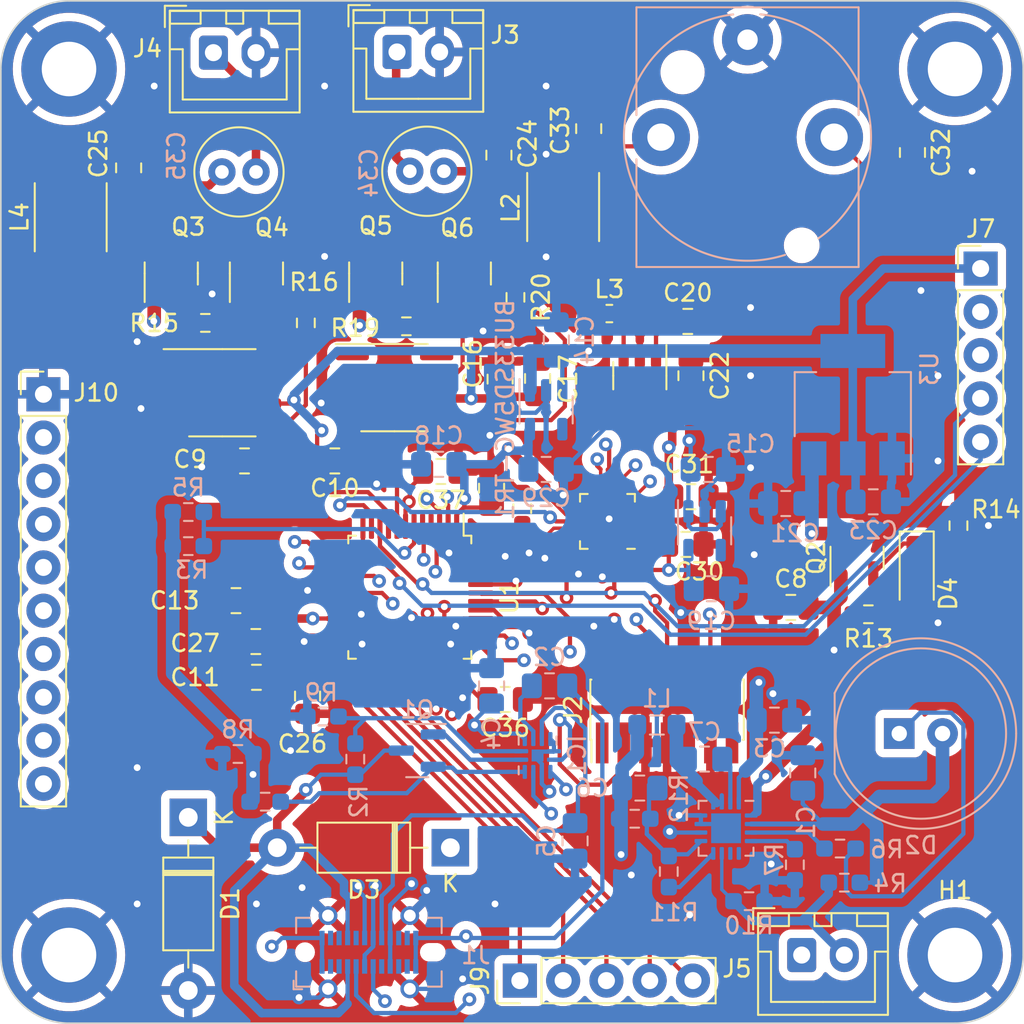
<source format=kicad_pcb>
(kicad_pcb (version 20221018) (generator pcbnew)
  (layers (0 "F.Cu" signal) (1 "In1.Cu" signal) (2 "In2.Cu" signal) (31 "B.Cu" signal) (34 "B.Paste" user) (35 "F.Paste" user) (36 "B.SilkS" user "B.Silkscreen") (37 "F.SilkS" user "F.Silkscreen") (38 "B.Mask" user) (39 "F.Mask" user) (44 "Edge.Cuts" user))
  (net 0 "")
  (net 1 "Net-(BQ25306RTET1-STAT)")
  (net 2 "Net-(BQ25306RTET1-ICHG)")
  (net 5 "V_BAT-")
  (net 6 "Net-(BQ25306RTET1-FB_GND)")
  (net 7 "Net-(BQ25306RTET1-FB)")
  (net 8 "V_BAT+")
  (net 9 "Net-(BQ25306RTET1-SW-Pad13)")
  (net 10 "Net-(BQ25306RTET1-BTST)")
  (net 11 "V_SYS")
  (net 14 "1.8V")
  (net 15 "5V")
  (net 17 "3.3VDC")
  (net 18 "Net-(BU33SD5WG-TR2-VIN)")
  (net 20 "3.3VAC")
  (net 21 "Net-(IC1-IN_GD)")
  (net 22 "UCPD_CC1")
  (net 23 "Net-(D2-K)")
  (net 24 "Net-(D4-K)")
  (net 25 "Net-(D4-A)")
  (net 26 "Net-(IC1-GATE)")
  (net 27 "Net-(IC1-SOURCE)")
  (net 28 "Net-(D1-K)")
  (net 29 "Net-(Q3-G)")
  (net 30 "Net-(IC1-VBUS_CTRL)")
  (net 31 "Net-(Q4-G)")
  (net 32 "LINEOUT_R")
  (net 33 "LINEOUT_L")
  (net 34 "A Encodeur 1")
  (net 35 "B Encodeur 1")
  (net 36 "A Encodeur 2")
  (net 37 "B Encodeur 2")
  (net 38 "V_sense")
  (net 39 "REGN")
  (net 40 "OUT_L")
  (net 41 "OUT_R")
  (net 42 "band1")
  (net 43 "SYS_MCLK")
  (net 44 "LIGHT")
  (net 46 "TIM3_CH1")
  (net 47 "TIM3_CH2")
  (net 48 "TIM3_CH3")
  (net 49 "TIM3_CH4")
  (net 51 "EQ_BAND_BTN")
  (net 52 "band3")
  (net 53 "Potar_volume")
  (net 54 "band2")
  (net 55 "I2S_SCLK")
  (net 56 "I2S_LRCLK")
  (net 57 "I2S_DIN")
  (net 58 "USB_DM")
  (net 59 "USB_DP")
  (net 60 "I2S_DOUT")
  (net 61 "CTRL_DATA")
  (net 62 "Net-(C2-Pad1)")
  (net 63 "UCPD_CC2")
  (net 64 "CTRL_CLK")
  (net 68 "STM32_CC2")
  (net 69 "NRST")
  (net 70 "Net-(C24-Pad1)")
  (net 71 "Net-(C25-Pad1)")
  (net 75 "GND")
  (net 77 "Net-(J3-Pin_1)")
  (net 78 "Net-(J4-Pin_1)")
  (net 79 "LINEIN_R")
  (net 80 "LINEIN_L")
  (net 81 "V_AMPLIFIER_L")
  (net 82 "Net-(Q5-G)")
  (net 83 "Net-(Q6-G)")
  (net 84 "V_HO_R")
  (net 85 "V_LO_R")
  (net 86 "V_HO_L")
  (net 87 "V_LO_L")
  (net 90 "band0")
  (net 91 "V_AMPLIFIER_R")
  (net 92 "VBUS")
  (net 94 "SWDIO")
  (net 105 "SWCLK")
  (net 106 "SWO")
  (net 111 "Net-(U1-PB8)")
  (net 114 "STM32_CC1")
  (footprint "Resistor_SMD:R_0603_1608Metric_Pad0.98x0.95mm_HandSolder" (layer "F.Cu") (at 154.6 94.8 90)
    (fp_text reference "R17" hide)
    (fp_text value "510" hide)
  )
  (footprint "Capacitor_SMD:C_0805_2012Metric_Pad1.18x1.45mm_HandSolder" (layer "F.Cu") (at 131.5 74.8 90)
    (fp_text reference "C25")
    (fp_text value "10u" hide)
  )
  (footprint "Package_TO_SOT_SMD:SOT-23" (layer "F.Cu") (at 174.25 97.6875 90)
    (fp_text reference "Q2")
    (fp_text value "SI2303CDS-T1-GE3" hide)
  )
  (footprint "Inductor_SMD:L_Vishay_IFSC-1515AH_4x4x1.8mm" (layer "F.Cu") (at 128.1 77.7 90)
    (fp_text reference "L4")
    (fp_text value "6u3")
  )
  (footprint "Package_SO:SOIC-8_3.9x4.9mm_P1.27mm" (layer "F.Cu") (at 147.1 87.7)
    (fp_text reference "UCC27325DR2" hide)
    (fp_text value "~")
  )
  (footprint "Capacitor_SMD:C_0805_2012Metric_Pad1.18x1.45mm_HandSolder" (layer "F.Cu") (at 164.314 83.813)
    (fp_text reference "C20")
    (fp_text value "1u")
  )
  (footprint "Package_TO_SOT_SMD:SOT-23" (layer "F.Cu") (at 139 81 90)
    (fp_text reference "Q4")
    (fp_text value "SI2303CDS-T1-GE3" hide)
  )
  (footprint "Resistor_SMD:R_0603_1608Metric_Pad0.98x0.95mm_HandSolder" (layer "F.Cu") (at 136 83.9 180)
    (fp_text reference "R15")
    (fp_text value "10" hide)
  )
  (footprint "Capacitor_SMD:C_0805_2012Metric_Pad1.18x1.45mm_HandSolder" (layer "F.Cu") (at 158.5 72.5 90)
    (fp_text reference "C33")
    (fp_text value "10u" hide)
  )
  (footprint "Capacitor_SMD:C_0805_2012Metric_Pad1.18x1.45mm_HandSolder" (layer "F.Cu") (at 137.8 100.2 180)
    (fp_text reference "C13")
    (fp_text value "100n")
  )
  (footprint "Connector_JST:JST_XH_B2B-XH-A_1x02_P2.50mm_Vertical" (layer "F.Cu") (at 136.475 68.04)
    (fp_text reference "J4")
    (fp_text value "Conn_01x02" hide)
  )
  (footprint "Package_TO_SOT_SMD:SOT-23" (layer "F.Cu") (at 146 81 90)
    (fp_text reference "Q5")
    (fp_text value "SI2304DDS-T1-GE3")
  )
  (footprint "Capacitor_SMD:C_0805_2012Metric_Pad1.18x1.45mm_HandSolder" (layer "F.Cu") (at 153.3 87.2 -90)
    (fp_text reference "C16")
    (fp_text value "0.1u")
  )
  (footprint "Connector_PinHeader_2.54mm:PinHeader_1x05_P2.54mm_Vertical" (layer "F.Cu") (at 181.5 80.71)
    (fp_text reference "J7")
    (fp_text value "Conn_01x05" hide)
  )
  (footprint "Capacitor_THT:C_Radial_D5.0mm_H11.0mm_P2.00mm" (layer "F.Cu") (at 150 75 180)
    (fp_text reference "C34")
    (fp_text value "100u")
  )
  (footprint "Connector_JST:JST_XH_B2B-XH-A_1x02_P2.50mm_Vertical" (layer "F.Cu") (at 171 121)
    (fp_text reference "J5")
    (fp_text value "Conn_01x02" hide)
  )
  (footprint "Package_QFP:LQFP-48_7x7mm_P0.5mm" (layer "F.Cu") (at 148 100 -90)
    (fp_text reference "U1")
    (fp_text value "STM32G491CETx (x=6)" hide)
  )
  (footprint "Package_DFN_QFN:QFN-20-1EP_3x3mm_P0.4mm_EP1.65x1.65mm" (layer "F.Cu") (at 159.6 95.55 180)
    (fp_text reference "U2" hide)
    (fp_text value "SGTL5000XNLA3")
  )
  (footprint "Diode_THT:D_DO-41_SOD81_P10.16mm_Horizontal" (layer "F.Cu") (at 135 112.92 -90)
    (fp_text reference "D1")
    (fp_text value "1N5817")
  )
  (footprint "MountingHole:MountingHole_3.2mm_M3_DIN965_Pad" (layer "F.Cu") (at 128 69)
    (fp_text reference "H4" hide)
    (fp_text value "MountingHole_Pad" hide)
  )
  (footprint "Package_SO:SOIC-8_3.9x4.9mm_P1.27mm" (layer "F.Cu") (at 137 88)
    (fp_text reference "UCC27325DR1" hide)
    (fp_text value "~" hide)
  )
  (footprint "Capacitor_SMD:C_0805_2012Metric_Pad1.18x1.45mm_HandSolder" (layer "F.Cu") (at 138.3 92)
    (fp_text reference "C9")
    (fp_text value "0.1u" hide)
  )
  (footprint "Capacitor_THT:C_Radial_D5.0mm_H11.0mm_P2.00mm" (layer "F.Cu") (at 136.975 75.04)
    (fp_text reference "C35")
    (fp_text value "100u")
  )
  (footprint "Capacitor_SMD:C_0805_2012Metric_Pad1.18x1.45mm_HandSolder" (layer "F.Cu") (at 164.5 94.1)
    (fp_text reference "C31")
    (fp_text value "100n")
  )
  (footprint "Inductor_SMD:L_Vishay_IFSC-1515AH_4x4x1.8mm" (layer "F.Cu") (at 157 77.1 90)
    (fp_text reference "L2")
    (fp_text value "6u3")
  )
  (footprint "Resistor_SMD:R_0603_1608Metric_Pad0.98x0.95mm_HandSolder" (layer "F.Cu") (at 147.8 84.1 180)
    (fp_text reference "R19")
    (fp_text value "10" hide)
  )
  (footprint "MountingHole:MountingHole_3.2mm_M3_DIN965_Pad" (layer "F.Cu") (at 128 121)
    (fp_text reference "H2" hide)
    (fp_text value "MountingHole_Pad" hide)
  )
  (footprint "Capacitor_SMD:C_0805_2012Metric_Pad1.18x1.45mm_HandSolder" (layer "F.Cu") (at 143.6 92 180)
    (fp_text reference "C10")
    (fp_text value "1.0u" hide)
  )
  (footprint "Resistor_SMD:R_0603_1608Metric_Pad0.98x0.95mm_HandSolder" (layer "F.Cu") (at 180.2 95.8 -90)
    (fp_text reference "R14")
    (fp_text value "10k" hide)
  )
  (footprint "Capacitor_SMD:C_0805_2012Metric_Pad1.18x1.45mm_HandSolder" (layer "F.Cu") (at 164.2 96.9)
    (fp_text reference "C30")
    (fp_text value "100n" hide)
  )
  (footprint "Connector_PinHeader_2.54mm:PinHeader_1x10_P2.54mm_Vertical" (layer "F.Cu") (at 126.5 88.09)
    (fp_text reference "J10")
    (fp_text value "Conn_01x10" hide)
  )
  (footprint "Inductor_SMD:L_0603_1608Metric_Pad1.05x0.95mm_HandSolder" (layer "F.Cu") (at 159.711 83.352)
    (fp_text reference "L3")
    (fp_text value "39n")
  )
  (footprint "Connector_JST:JST_XH_B2B-XH-A_1x02_P2.50mm_Vertical" (layer "F.Cu") (at 147.25 68)
    (fp_text reference "J3")
    (fp_text value "Conn_01x02" hide)
  )
  (footprint "MountingHole:MountingHole_3.2mm_M3_DIN965_Pad" (layer "F.Cu") (at 180 121)
    (fp_text reference "H1")
    (fp_text value "MountingHole_Pad" hide)
  )
  (footprint "Resistor_SMD:R_0603_1608Metric_Pad0.98x0.95mm_HandSolder" (layer "F.Cu") (at 141.9 83.9 90)
    (fp_text reference "R16")
    (fp_text value "10" hide)
  )
  (footprint "Capacitor_SMD:C_0805_2012Metric_Pad1.18x1.45mm_HandSolder" (layer "F.Cu") (at 153.6 106 180)
    (fp_text reference "C36")
    (fp_text value "100n")
  )
  (footprint "Connector_PinHeader_1.27mm:PinHeader_2x07_P1.27mm_Vertical_SMD" (layer "F.Cu") (at 163.1 106.6 90)
    (fp_text reference "J2")
    (fp_text value "Conn_ST_STDC14")
  )
  (footprint "Capacitor_SMD:C_0805_2012Metric_Pad1.18x1.45mm_HandSolder" (layer "F.Cu") (at 149.823 92.62 180)
    (fp_text reference "C37")
    (fp_text value "100n")
  )
  (footprint "Resistor_SMD:R_0603_1608Metric_Pad0.98x0.95mm_HandSolder" (layer "F.Cu") (at 154.2 82.4 90)
    (fp_text reference "R20")
    (fp_text value "10" hide)
  )
  (footprint "Capacitor_SMD:C_0805_2012Metric_Pad1.18x1.45mm_HandSolder" (layer "F.Cu") (at 138.9625 102.6)
    (fp_text reference "C27")
    (fp_text value "100n")
  )
  (footprint "Capacitor_SMD:C_0805_2012Metric_Pad1.18x1.45mm_HandSolder" (layer "F.Cu") (at 153.229 74.054 90)
    (fp_text reference "C24")
    (fp_text value "10u" hide)
  )
  (footprint "Capacitor_SMD:C_0805_2012Metric_Pad1.18x1.45mm_HandSolder" (layer "F.Cu") (at 170.3625 100.6)
    (fp_text reference "C8")
    (fp_text value "10u" hide)
  )
  (footprint "Package_TO_SOT_SMD:SOT-23" (layer "F.Cu") (at 134 81 90)
    (fp_text reference "Q3")
    (fp_text value "SI2304DDS-T1-GE3" hide)
  )
  (footprint "Resistor_SMD:R_0603_1608Metric_Pad0.98x0.95mm_HandSolder" (layer "F.Cu") (at 174.9125 101 180)
    (fp_text reference "R13")
    (fp_text value "1k" hide)
  )
  (footprint "Package_TO_SOT_SMD:SOT-23-5" (layer "F.Cu") (at 161.5 87 -90)
    (fp_text reference "BU33SD5WG-TR2" hide)
    (fp_text value "LM1117DT-3.3")
  )
  (footprint "Diode_THT:D_DO-41_SOD81_P10.16mm_Horizontal" (layer "F.Cu") (at 150.38 114.7 180)
    (fp_text reference "D3")
    (fp_text value "1N5817")
  )
  (footprint "Capacitor_SMD:C_0805_2012Metric_Pad1.18x1.45mm_HandSolder" (layer "F.Cu") (at 177.5 73.9 -90)
    (fp_text reference "C32")
    (fp_text value "10u")
  )
  (footprint "Capacitor_SMD:C_0805_2012Metric_Pad1.18x1.45mm_HandSolder" (layer "F.Cu") (at 139 104.7)
    (fp_text reference "C11")
    (fp_text value "100n")
  )
  (footprint "Capacitor_SMD:C_0805_2012Metric_Pad1.18x1.45mm_HandSolder" (layer "F.Cu") (at 142 105.8 90)
    (fp_text reference "C26")
    (fp_text value "100n")
  )
  (footprint "Package_TO_SOT_SMD:SOT-23" (layer "F.Cu") (at 151.2 81 90)
    (fp_text reference "Q6")
    (fp_text value "SI2303CDS-T1-GE3" hide)
  )
  (footprint "Capacitor_SMD:C_0805_2012Metric_Pad1.18x1.45mm_HandSolder" (layer "F.Cu") (at 155.5 87.1625 -90)
    (fp_text reference "C17")
    (fp_text value "1.0u")
  )
  (footprint "Capacitor_SMD:C_0805_2012Metric_Pad1.18x1.45mm_HandSolder" (layer "F.Cu") (at 152.8 93.6 -90)
    (fp_text reference "C12" hide)
    (fp_text value "4u7")
  )
  (footprint "Capacitor_SMD:C_0805_2012Metric_Pad1.18x1.45mm_HandSolder" (layer "F.Cu") (at 164.5 87 90)
    (fp_text reference "C22")
    (fp_text value "1u" hide)
  )
  (footprint "Diode_SMD:D_SOD-123" (layer "F.Cu") (at 177.75 98.5 -90)
    (fp_text reference "D4")
    (fp_text value "1N4148W" hide)
  )
  (footprint "Connector_PinHeader_2.54mm:PinHeader_1x05_P2.54mm_Vertical" (layer "F.Cu") (at 154.46 122.5 90)
    (fp_text reference "J9")
    (fp_text value "Conn_01x05" hide)
  )
  (footprint "MountingHole:MountingHole_3.2mm_M3_DIN965_Pad" (layer "F.Cu") (at 180 69)
    (fp_text reference "H3" hide)
    (fp_text value "MountingHole_Pad" hide)
  )
  (footprint "Package_TO_SOT_SMD:SOT-23-5" (layer "B.Cu") (at 156 89 -90)
    (fp_text reference "BU33SD5WG-TR1")
    (fp_text value "LM1117DT-3.3")
  )
  (footprint "Connector_USB:USB_C_Receptacle_GCT_USB4115-03-C" (layer "B.Cu") (at 145.6 120.835)
    (fp_text reference "J1")
    (fp_text value "USB_C_Receptacle")
  )
  (footprint "Capacitor_SMD:C_0805_2012Metric_Pad1.18x1.45mm_HandSolder" (layer "B.Cu") (at 169.4 107.214)
    (fp_text reference "C3")
    (fp_text value "10u" hide)
  )
  (footprint "LED_THT:LED_D10.0mm" (layer "B.Cu") (at 176.725 108)
    (fp_text reference "D2")
    (fp_text value "LED_Small" hide)
  )
  (footprint "Capacitor_SMD:C_0805_2012Metric_Pad1.18x1.45mm_HandSolder" (layer "B.Cu") (at 149.7 92.2 180)
    (fp_text reference "C18")
    (fp_text value "1u")
  )
  (footprint "Capacitor_SMD:C_0805_2012Metric_Pad1.18x1.45mm_HandSolder" (layer "B.Cu") (at 165.7 99.5)
    (fp_text reference "C19")
    (fp_text value "1u" hide)
  )
  (footprint "Package_DFN_QFN:LQFN-12-1EP_2x2mm_P0.5mm_EP0.7x0.7mm" (layer "B.Cu") (at 155.5 109.2875 90)
    (fp_text reference "IC1")
    (fp_text value "TCPP01-M12")
  )
  (footprint "Resistor_SMD:R_0603_1608Metric_Pad0.98x0.95mm_HandSolder" (layer "B.Cu") (at 135 97 180)
    (fp_text reference "R3")
    (fp_text value "~" hide)
  )
  (footprint "Package_TO_SOT_SMD:SOT-23" (layer "B.Cu") (at 148.4375 109 180)
    (fp_text reference "Q1")
    (fp_text value "SI2304DDS-T1-GE3")
  )
  (footprint "Resistor_SMD:R_0603_1608Metric_Pad0.98x0.95mm_HandSolder" (layer "B.Cu") (at 170.6 115.7 -90)
    (fp_text reference "R7")
    (fp_text value "23.2k" hide)
  )
  (footprint "Capacitor_SMD:C_0805_2012Metric_Pad1.18x1.45mm_HandSolder" (layer "B.Cu") (at 175.2 94.4)
    (fp_text reference "C23")
    (fp_text value "22uF")
  )
  (footprint "Package_DFN_QFN:WQFN-16-1EP_3x3mm_P0.5mm_EP1.75x1.75mm" (layer "B.Cu") (at 166.56 113.56 180)
    (fp_text reference "BQ25306RTET1" hide)
    (fp_text value "~" hide)
  )
  (footprint "Capacitor_SMD:C_0805_2012Metric_Pad1.18x1.45mm_HandSolder" (layer "B.Cu") (at 171.062 110.311 -90)
    (fp_text reference "C1")
    (fp_text value "2.2u" hide)
  )
  (footprint "Resistor_SMD:R_0603_1608Metric_Pad0.98x0.95mm_HandSolder" (layer "B.Cu") (at 173.25 114.75)
    (fp_text reference "R6")
    (fp_text value "1k" hide)
  )
  (footprint "Capacitor_SMD:C_0805_2012Metric_Pad1.18x1.45mm_HandSolder" (layer "B.Cu") (at 170.0625 94.5 180)
    (fp_text reference "C21")
    (fp_text value "10uF" hide)
  )
  (footprint "Capacitor_SMD:C_0805_2012Metric_Pad1.18x1.45mm_HandSolder" (layer "B.Cu") (at 156.2 105.2 180)
    (fp_text reference "C2")
    (fp_text value "10u")
  )
  (footprint "Resistor_SMD:R_0603_1608Metric_Pad0.98x0.95mm_HandSolder" (layer "B.Cu") (at 139.5125 112 180)
    (fp_text reference "R1" hide)
    (fp_text value "~")
  )
  (footprint "Capacitor_SMD:C_0805_2012Metric_Pad1.18x1.45mm_HandSolder" (layer "B.Cu") (at 157.7 114.3 -90)
    (fp_text reference "C5")
    (fp_text value "10u" hide)
  )
  (footprint "Capacitor_SMD:C_0805_2012Metric_Pad1.18x1.45mm_HandSolder" (layer "B.Cu") (at 165.524092 92.5)
    (fp_text reference "C15")
    (fp_text value "1u" hide)
  )
  (footprint "Resistor_SMD:R_0603_1608Metric_Pad0.98x0.95mm_HandSolder" (layer "B.Cu") (at 163.2 116.1 90)
    (fp_text reference "R11")
    (fp_text value "200k" hide)
  )
  (footprint "Resistor_SMD:R_0603_1608Metric_Pad0.98x0.95mm_HandSolder" (layer "B.Cu") (at 161.2 113)
    (fp_text reference "R12")
    (fp_text value "1M1")
  )
  (footprint "Resistor_SMD:R_0603_1608Metric_Pad0.98x0.95mm_HandSolder" (layer "B.Cu") (at 137.9125 109.2 180)
    (fp_text reference "R8")
    (fp_text value "~")
  )
  (footprint "Resistor_SMD:R_0603_1608Metric_Pad0.98x0.95mm_HandSolder" (layer "B.Cu") (at 144.8 109.5 90)
    (fp_text reference "R2")
    (fp_text value "~" hide)
  )
  (footprint "Capacitor_SMD:C_0805_2012Metric_Pad1.18x1.45mm_HandSolder" (layer "B.Cu") (at 156.6 84.9 90)
    (fp_text reference "C14")
    (fp_text value "1u")
  )
  (footprint "Package_TO_SOT_SMD:SOT-223-3_TabPin2" (layer "B.Cu") (at 174 88.7 90)
    (fp_text reference "U3")
    (fp_text value "AZ1117-5.0")
  )
  (footprint "Capacitor_SMD:C_0805_2012Metric_Pad1.18x1.45mm_HandSolder" (layer "B.Cu") (at 156 92.5)
    (fp_text reference "C29")
    (fp_text value "100n")
  )
  (footprint "Capacitor_SMD:C_0805_2012Metric_Pad1.18x1.45mm_HandSolder" (layer "B.Cu") (at 165.3 109.5 180)
    (fp_text reference "C7")
    (fp_text value "47nF" hide)
  )
  (footprint "Capacitor_SMD:C_0805_2012Metric_Pad1.18x1.45mm_HandSolder" (layer "B.Cu") (at 152.8 105.2 90)
    (fp_text reference "C4")
    (fp_text value "10u")
  )
  (footprint "Connector_Audio:Jack_6.35mm_Neutrik_NJ3FD-V_Vertical" (layer "B.Cu") (at 167.82 67.28 180)
    (fp_text reference "J8" hide)
    (fp_text value "AudioJack3" hide)
  )
  (footprint "Package_TO_SOT_SMD:SOT-23-5" (layer "B.Cu") (at 165.3 96.1 -90)
    (fp_text reference "BU18SD5WG-TR1" hide)
    (fp_text value "LM1117DT-3.3" hide)
  )
  (footprint "Resistor_SMD:R_0603_1608Metric_Pad0.98x0.95mm_HandSolder" (layer "B.Cu") (at 167.91 117.839)
    (fp_text reference "R10")
    (fp_text value "23.2k" hide)
  )
  (footprint "Resistor_SMD:R_0603_1608Metric_Pad0.98x0.95mm_HandSolder" (layer "B.Cu") (at 135 95 180)
    (fp_text reference "R5")
    (fp_text value "~")
  )
  (footprint "Capacitor_SMD:C_0805_2012Metric_Pad1.18x1.45mm_HandSolder" (layer "B.Cu") (at 161.5 111.2)
    (fp_text reference "C6")
    (fp_text value "470u" hide)
  )
  (footprint "Resistor_SMD:R_0603_1608Metric_Pad0.98x0.95mm_HandSolder" (layer "B.Cu") (at 142.9 107 180)
    (fp_text reference "R9")
    (fp_text value "~" hide)
  )
  (footprint "Inductor_SMD:L_0805_2012Metric_Pad1.05x1.20mm_HandSolder" (layer "B.Cu") (at 162.5 107.5 180)
    (fp_text reference "L1")
    (fp_text value "2.2u" hide)
  )
  (footprint "Resistor_SMD:R_0603_1608Metric_Pad0.98x0.95mm_HandSolder" (layer "B.Cu") (at 173.5 116.75 180)
    (fp_text reference "R4")
    (fp_text value "4.5k")
  )
  (gr_arc (start 184 121) (mid 182.828427 123.828427) (end 180 125) (stroke (width 0.1)) (layer "Edge.Cuts"))
  (gr_line (start 180 125) (end 128 125) (stroke (width 0.1)) (layer "Edge.Cuts"))
  (gr_line (start 124 121) (end 124 69) (stroke (width 0.1)) (layer "Edge.Cuts"))
  (gr_arc (start 124 69) (mid 125.171573 66.171573) (end 128 65) (stroke (width 0.1)) (layer "Edge.Cuts"))
  (gr_arc (start 180 65) (mid 182.828427 66.171573) (end 184 69) (stroke (width 0.1)) (layer "Edge.Cuts"))
  (gr_line (start 128 65) (end 180 65) (stroke (width 0.1)) (layer "Edge.Cuts"))
  (gr_arc (start 128 125) (mid 125.171573 123.828427) (end 124 121) (stroke (width 0.1)) (layer "Edge.Cuts"))
  (gr_line (start 184 69) (end 184 121) (stroke (width 0.1)) (layer "Edge.Cuts"))
  (segment (start 172.3375 114.75) (end 171.3975 113.81) (width 0.25) (layer "B.Cu") (net 1))
  (segment (start 171.3975 113.81) (end 168.035 113.81) (width 0.25) (layer "B.Cu") (net 1))
  (segment (start 170.1225 114.31) (end 170.6 114.7875) (width 0.25) (layer "B.Cu") (net 2))
  (segment (start 168.035 114.31) (end 170.1225 114.31) (width 0.25) (layer "B.Cu") (net 2))
  (segment (start 173.5 121) (end 171.5 119) (width 0.5) (layer "B.Cu") (net 5))
  (segment (start 171 119) (end 168.1585 119) (width 0.5) (layer "B.Cu") (net 5))
  (segment (start 166.31 115.035) (end 166.31 117.1515) (width 0.2) (layer "B.Cu") (net 5))
  (segment (start 168.1585 119) (end 166.9975 117.839) (width 0.5) (layer "B.Cu") (net 5))
  (segment (start 166.31 117.1515) (end 166.9975 117.839) (width 0.2) (layer "B.Cu") (net 5))
  (segment (start 171.5 119) (end 171 119) (width 0.5) (layer "B.Cu") (net 5))
  (segment (start 172.5875 117.4125) (end 171 119) (width 0.5) (layer "B.Cu") (net 5))
  (segment (start 172.5875 116.75) (end 172.5875 117.4125) (width 0.5) (layer "B.Cu") (net 5))
  (segment (start 163.8325 117.0125) (end 165.81 115.035) (width 0.25) (layer "B.Cu") (net 6))
  (segment (start 163.2 117.0125) (end 163.8325 117.0125) (width 0.25) (layer "B.Cu") (net 6))
  (segment (start 163.3 115.0875) (end 164.3075 115.0875) (width 0.25) (layer "B.Cu") (net 7))
  (segment (start 163.2 115.1875) (end 163.3 115.0875) (width 0.25) (layer "B.Cu") (net 7))
  (segment (start 161.9125 113) (end 161.9125 113.9) (width 0.25) (layer "B.Cu") (net 7))
  (segment (start 161.9125 113.9) (end 163.2 115.1875) (width 0.25) (layer "B.Cu") (net 7))
  (segment (start 162.0375 111) (end 162.0375 112.875) (width 0.25) (layer "B.Cu") (net 7))
  (segment (start 162.0375 112.875) (end 161.9125 113) (width 0.25) (layer "B.Cu") (net 7))
  (segment (start 164.3075 115.0875) (end 165.085 114.31) (width 0.25) (layer "B.Cu") (net 7))
  (segment (start 172.9 100.3875) (end 173.3 99.9875) (width 0.8) (layer "F.Cu") (net 8))
  (segment (start 173.3 99.9875) (end 173.3 99.4) (width 0.8) (layer "F.Cu") (net 8))
  (segment (start 172.9 100.6) (end 171.4 100.6) (width 0.8) (layer "F.Cu") (net 8))
  (segment (start 173.3 99.4) (end 173.3 98.625) (width 0.8) (layer "F.Cu") (net 8))
  (segment (start 172.9 103.1) (end 172.9 100.3875) (width 0.8) (layer "F.Cu") (net 8))
  (via micro (at 172.9 103.1) (size 0.8) (drill 0.4) (layers "F.Cu" "In2.Cu") (net 8))
  (via micro (at 163.25 113.75) (size 0.8) (drill 0.4) (layers "In2.Cu" "B.Cu") (net 8))
  (via micro (at 160.4 115.1) (size 0.8) (drill 0.4) (layers "In2.Cu" "B.Cu") (net 8))
  (segment (start 160.4625 111.2) (end 160.4625 110.0375) (width 0.8) (layer "B.Cu") (net 8))
  (segment (start 161.35 109.15) (end 161.35 107.5) (width 0.8) (layer "B.Cu") (net 8))
  (segment (start 163.31 113.81) (end 165.085 113.81) (width 0.25) (layer "B.Cu") (net 8))
  (segment (start 160.4625 110.0375) (end 161.35 109.15) (width 0.8) (layer "B.Cu") (net 8))
  (segment (start 163.25 113.75) (end 163.31 113.81) (width 0.8) (layer "B.Cu") (net 8))
  (segment (start 160.4 111.2625) (end 160.4625 111.2) (width 0.8) (layer "B.Cu") (net 8))
  (segment (start 160.4 115.1) (end 160.4 111.2625) (width 0.8) (layer "B.Cu") (net 8))
  (segment (start 164.8 110.8) (end 163.65 109.65) (width 0.8) (layer "B.Cu") (net 9))
  (segment (start 164.8 110.885) (end 164.8 110.8) (width 0.5) (layer "B.Cu") (net 9))
  (segment (start 163.65 109.65) (end 163.65 107.5) (width 0.8) (layer "B.Cu") (net 9))
  (segment (start 166.31 112.085) (end 165.81 112.085) (width 0.25) (layer "B.Cu") (net 9))
  (segment (start 166.31 112.085) (end 166.31 111.6225) (width 0.25) (layer "B.Cu") (net 9))
  (segment (start 166 112.085) (end 164.8 110.885) (width 0.5) (layer "B.Cu") (net 9))
  (segment (start 166.81 109.9725) (end 166.3375 109.5) (width 0.25) (layer "B.Cu") (net 10))
  (segment (start 166.81 112.085) (end 166.81 109.9725) (width 0.25) (layer "B.Cu") (net 10))
  (segment (start 173.7625 96.2625) (end 171.6 96.2625) (width 0.8) (layer "F.Cu") (net 11))
  (segment (start 133 83.775) (end 133 82.0875) (width 0.8) (layer "F.Cu") (net 11))
  (segment (start 132.975 83.8) (end 133 83.775) (width 0.8) (layer "F.Cu") (net 11))
  (segment (start 174.25 96.75) (end 173.7625 96.2625) (width 0.8) (layer "F.Cu") (net 11))
  (segment (start 145.05 84.05) (end 145.05 82.7375) (width 0.8) (layer "F.Cu") (net 11))
  (segment (start 133 82.0875) (end 133.05 82.0375) (width 0.8) (layer "F.Cu") (net 11))
  (via (at 145.05 84.05) (size 0.8) (drill 0.4) (layers "F.Cu" "B.Cu") (net 11))
  (via (at 132.975 83.8) (size 0.8) (drill 0.4) (layers "F.Cu" "B.Cu") (net 11))
  (via (at 171.6 96.2625) (size 0.8) (drill 0.4) (layers "F.Cu" "B.Cu") (net 11))
  (via micro (at 168.489 104.997) (size 0.8) (drill 0.4) (layers "In2.Cu" "B.Cu") (net 11))
  (segment (start 171.7 91.85) (end 171.6 91.95) (width 0.8) (layer "B.Cu") (net 11))
  (segment (start 171.2 94.4) (end 171.1 94.5) (width 0.8) (layer "B.Cu") (net 11))
  (segment (start 167.31 112.085) (end 167.31 110.59) (width 0.25) (layer "B.Cu") (net 11))
  (segment (start 171.6 91.95) (end 171.6 94) (width 0.8) (layer "B.Cu") (net 11))
  (segment (start 167.31 110.59) (end 167.7 110.2) (width 0.25) (layer "B.Cu") (net 11))
  (segment (start 167.7 110.2) (end 168.338 109.562) (width 0.8) (layer "B.Cu") (net 11))
  (segment (start 171.6 94) (end 171.6 94.4) (width 0.8) (layer "B.Cu") (net 11))
  (segment (start 168.338 105.148) (end 168.489 104.997) (width 0.8) (layer "B.Cu") (net 11))
  (segment (start 168.338 109.562) (end 168.338 105.148) (width 0.8) (layer "B.Cu") (net 11))
  (segment (start 171.6 94.4) (end 171.6 96.2625) (width 0.8) (layer "B.Cu") (net 11))
  (segment (start 171.6 94.4) (end 171.2 94.4) (width 0.8) (layer "B.Cu") (net 11))
  (segment (start 163.2 98.4) (end 163.2 96.9375) (width 0.25) (layer "F.Cu") (net 14))
  (segment (start 163.2 98.4) (end 161.4 98.4) (width 0.25) (layer "F.Cu") (net 14))
  (segment (start 161.4 98.4) (end 160.4 97.4) (width 0.25) (layer "F.Cu") (net 14))
  (segment (start 160.4 97.4) (end 160.4 97) (width 0.25) (layer "F.Cu") (net 14))
  (segment (start 163.2 96.9375) (end 163.1625 96.9) (width 0.25) (layer "F.Cu") (net 14))
  (via (at 163.2 98.4) (size 0.8) (drill 0.4) (layers "F.Cu" "B.Cu") (net 14))
  (segment (start 164.35 98.4) (end 163.2 98.4) (width 0.25) (layer "B.Cu") (net 14))
  (segment (start 164.35 99.1875) (end 164.6625 99.5) (width 0.25) (layer "B.Cu") (net 14))
  (segment (start 164.187 99.5) (end 164.6625 99.5) (width 0.25) (layer "B.Cu") (net 14))
  (segment (start 164.35 97.2375) (end 164.35 98.4) (width 0.25) (layer "B.Cu") (net 14))
  (segment (start 164.35 98.4) (end 164.35 99.1875) (width 0.25) (layer "B.Cu") (net 14))
  (segment (start 163.2 98.4) (end 163.3 98.4) (width 0.25) (layer "B.Cu") (net 14))
  (segment (start 139.3375 92) (end 142.5625 92) (width 0.25) (layer "F.Cu") (net 15))
  (segment (start 140.99 88.635) (end 141.2 88.425) (width 0.25) (layer "F.Cu") (net 15))
  (segment (start 141.2 88.425) (end 141.2 88.7) (width 0.25) (layer "F.Cu") (net 15))
  (segment (start 158.5 83.688) (end 158.588 83.6) (width 0.5) (layer "F.Cu") (net 15))
  (segment (start 151.6 88.335) (end 153.2025 88.335) (width 0.5) (layer "F.Cu") (net 15))
  (segment (start 139.475 88.635) (end 140.99 88.635) (width 0.25) (layer "F.Cu") (net 15))
  (segment (start 153.3 88.2375) (end 155.4625 88.2375) (width 0.5) (layer "F.Cu") (net 15))
  (segment (start 158.5 85.55) (end 158.5 83.688) (width 0.5) (layer "F.Cu") (net 15))
  (segment (start 158.588 83.6) (end 158.725 83.6) (width 0.5) (layer "F.Cu") (net 15))
  (segment (start 151.6 88.335) (end 149.575 88.335) (width 0.5) (layer "F.Cu") (net 15))
  (segment (start 142.5625 90.476649) (end 142.826099 90.21305) (width 0.25) (layer "F.Cu") (net 15))
  (segment (start 155.4625 88.2375) (end 155.5 88.2) (width 0.5) (layer "F.Cu") (net 15))
  (segment (start 153.2025 88.335) (end 153.3 88.2375) (width 0.5) (layer "F.Cu") (net 15))
  (segment (start 142.5625 92) (end 142.5625 90.476649) (width 0.25) (layer "F.Cu") (net 15))
  (via (at 142.826099 90.21305) (size 0.8) (drill 0.4) (layers "F.Cu" "B.Cu") (net 15))
  (via (at 141.2 88.425) (size 0.8) (drill 0.4) (layers "F.Cu" "B.Cu") (net 15))
  (via (at 151.6 88.335) (size 0.8) (drill 0.4) (layers "F.Cu" "B.Cu") (net 15))
  (via (at 158.5 85.55) (size 0.8) (drill 0.4) (layers "F.Cu" "B.Cu") (net 15))
  (segment (start 174 82.5) (end 175.79 80.71) (width 0.5) (layer "B.Cu") (net 15))
  (segment (start 174.1625 94.4) (end 174.1625 92.0125) (width 0.5) (layer "B.Cu") (net 15))
  (segment (start 174 85.55) (end 174 82.5) (width 0.5) (layer "B.Cu") (net 15))
  (segment (start 152 85.55) (end 155.038 85.55) (width 0.5) (layer "B.Cu") (net 15))
  (segment (start 156.9875 85.55) (end 156.6 85.9375) (width 0.5) (layer "B.Cu") (net 15))
  (segment (start 143.75 85.55) (end 152 85.55) (width 0.5) (layer "B.Cu") (net 15))
  (segment (start 141.2 88.425) (end 141.2 88.1) (width 0.5) (layer "B.Cu") (net 15))
  (segment (start 174.1625 92.0125) (end 174 91.85) (width 0.25) (layer "B.Cu") (net 15))
  (segment (start 141.2 88.586951) (end 142.826099 90.21305) (width 0.5) (layer "B.Cu") (net 15))
  (segment (start 155.038 85.55) (end 157.7 85.55) (width 0.8) (layer "B.Cu") (net 15))
  (segment (start 158.5 85.55) (end 157.7 85.55) (width 0.8) (layer "B.Cu") (net 15))
  (segment (start 157.7 85.55) (end 156.9875 85.55) (width 0.8) (layer "B.Cu") (net 15))
  (segment (start 155.05 87.8625) (end 155.05 85.562) (width 0.8) (layer "B.Cu") (net 15))
  (segment (start 174 85.55) (end 174 91.85) (width 0.5) (layer "B.Cu") (net 15))
  (segment (start 156.95 87.8625) (end 156.95 86.2875) (width 0.25) (layer "B.Cu") (net 15))
  (segment (start 156.95 86.2875) (end 156.6 85.9375) (width 0.25) (layer "B.Cu") (net 15))
  (segment (start 175.79 80.71) (end 181.5 80.71) (width 0.5) (layer "B.Cu") (net 15))
  (segment (start 155.05 85.562) (end 155.038 85.55) (width 0.25) (layer "B.Cu") (net 15))
  (segment (start 174 85.55) (end 158.5 85.55) (width 0.8) (layer "B.Cu") (net 15))
  (segment (start 141.2 88.1) (end 143.75 85.55) (width 0.5) (layer "B.Cu") (net 15))
  (segment (start 141.2 88.425) (end 141.2 88.586951) (width 0.5) (layer "B.Cu") (net 15))
  (segment (start 151.6 88.335) (end 151.6 85.5) (width 0.5) (layer "B.Cu") (net 15))
  (segment (start 152.2 106) (end 152.5625 106) (width 0.25) (layer "F.Cu") (net 17))
  (segment (start 151.05 97.25) (end 152.1625 97.25) (width 0.25) (layer "F.Cu") (net 17))
  (segment (start 143.8375 102.75) (end 145.2 102.75) (width 0.25) (layer "F.Cu") (net 17))
  (segment (start 145.2 102.75) (end 145.35 102.75) (width 0.25) (layer "F.Cu") (net 17))
  (segment (start 156 93.5) (end 156 94) (width 0.5) (layer "F.Cu") (net 17))
  (segment (start 142 104.7625) (end 140.1 104.7625) (width 0.5) (layer "F.Cu") (net 17))
  (segment (start 140 102.6) (end 140 104.6625) (width 0.5) (layer "F.Cu") (net 17))
  (segment (start 151.2 94.2) (end 151.3 94.3) (width 0.25) (layer "F.Cu") (net 17))
  (segment (start 151.2 94.7) (end 150.75 95.15) (width 0.25) (layer "F.Cu") (net 17))
  (segment (start 150.75 96.95) (end 151.05 97.25) (width 0.25) (layer "F.Cu") (net 17))
  (segment (start 151.2 94.7) (end 151.2 94.2) (width 0.25) (layer "F.Cu") (net 17))
  (segment (start 145.152342 100.998656) (end 144.903686 100.75) (width 0.25) (layer "F.Cu") (net 17))
  (segment (start 140 104.6625) (end 140.0375 104.7) (width 0.25) (layer "F.Cu") (net 17))
  (segment (start 158 111) (end 159.6 111) (width 0.25) (layer "F.Cu") (net 17))
  (segment (start 150.4 102.75) (end 150.75 103.1) (width 0.25) (layer "F.Cu") (net 17))
  (segment (start 153.8 91.3) (end 156 93.5) (width 0.5) (layer "F.Cu") (net 17))
  (segment (start 152.8 94.7375) (end 151.2375 94.7375) (width 0.25) (layer "F.Cu") (net 17))
  (segment (start 159.6 111) (end 160.56 110.04) (width 0.25) (layer "F.Cu") (net 17))
  (segment (start 142 104.5875) (end 143.8375 102.75) (width 0.25) (layer "F.Cu") (net 17))
  (segment (start 144.903686 100.75) (end 143.8375 100.75) (width 0.25) (layer "F.Cu") (net 17))
  (segment (start 150.75 96.95) (end 150.75 95.8375) (width 0.25) (layer "F.Cu") (net 17))
  (segment (start 156.8 109.8) (end 158 111) (width 0.25) (layer "F.Cu") (net 17))
  (segment (start 150.75 103.1) (end 150.75 104.1625) (width 0.25) (layer "F.Cu") (net 17))
  (segment (start 142 104.7625) (end 142 104.5875) (width 0.25) (layer "F.Cu") (net 17))
  (segment (start 143.7875 102.7) (end 143.8375 102.75) (width 0.25) (layer "F.Cu") (net 17))
  (segment (start 157.15 95.15) (end 158.15 95.15) (width 0.2) (layer "F.Cu") (net 17))
  (segment (start 140.1 104.7625) (end 140.0375 104.7) (width 0.25) (layer "F.Cu") (net 17))
  (segment (start 151.2375 94.7375) (end 151.2 94.7) (width 0.25) (layer "F.Cu") (net 17))
  (segment (start 150.75 104.1625) (end 150.75 104.55) (width 0.25) (layer "F.Cu") (net 17))
  (segment (start 156 94) (end 157.15 95.15) (width 0.2) (layer "F.Cu") (net 17))
  (segment (start 150.75 104.55) (end 152.2 106) (width 0.25) (layer "F.Cu") (net 17))
  (segment (start 150.75 95.15) (end 150.75 95.8375) (width 0.25) (layer "F.Cu") (net 17))
  (segment (start 156.8 107.2) (end 156.8 109.8) (width 0.25) (layer "F.Cu") (net 17))
  (segment (start 150.3 97.4) (end 150.75 96.95) (width 0.25) (layer "F.Cu") (net 17))
  (segment (start 160.56 110.04) (end 160.56 108.55) (width 0.25) (layer "F.Cu") (net 17))
  (via micro (at 150.4 102.75) (size 0.8) (drill 0.4) (layers "F.Cu" "In2.Cu") (net 17))
  (via (at 151.2 94.2) (size 0.8) (drill 0.4) (layers "F.Cu" "B.Cu") (net 17))
  (via (at 153.8 91.3) (size 0.8) (drill 0.4) (layers "F.Cu" "B.Cu") (net 17))
  (via micro (at 145.152342 100.998656) (size 0.8) (drill 0.4) (layers "F.Cu" "In2.Cu") (net 17))
  (via micro (at 150.3 97.4) (size 0.8) (drill 0.4) (layers "F.Cu" "In2.Cu") (net 17))
  (via micro (at 145.2 102.75) (size 0.8) (drill 0.4) (layers "F.Cu" "In2.Cu") (net 17))
  (via (at 156.8 107.2) (size 0.8) (drill 0.4) (layers "F.Cu" "B.Cu") (net 17))
  (via micro (at 164.4 90.8) (size 0.8) (drill 0.4) (layers "In2.Cu" "B.Cu") (net 17))
  (segment (start 154.6625 91.4) (end 154.9625 91.1) (width 0.5) (layer "B.Cu") (net 17))
  (segment (start 153.9 91.4) (end 154.6625 91.4) (width 0.5) (layer "B.Cu") (net 17))
  (segment (start 164.35 95.8) (end 164.35 94.9625) (width 0.25) (layer "B.Cu") (net 17))
  (segment (start 166.25 95.75) (end 166 96) (width 0.25) (layer "B.Cu") (net 17))
  (segment (start 156.8 107.2) (end 157 107.2) (width 0.25) (layer "B.Cu") (net 17))
  (segment (start 156.92474 109.5375) (end 156.4625 109.5375) (width 0.25) (layer "B.Cu") (net 17))
  (segment (start 151.2 94.2) (end 151.2 92.8) (width 0.5) (layer "B.Cu") (net 17))
  (segment (start 166 96) (end 164.55 96) (width 0.25) (layer "B.Cu") (net 17))
  (segment (start 157.4 109.06224) (end 156.92474 109.5375) (width 0.25) (layer "B.Cu") (net 17))
  (segment (start 164.486592 90.886592) (end 164.4 90.8) (width 0.25) (layer "B.Cu") (net 17))
  (segment (start 153.8 91.3) (end 153.9 91.4) (width 0.5) (layer "B.Cu") (net 17))
  (segment (start 164.486592 92.5) (end 164.486592 90.886592) (width 0.25) (layer "B.Cu") (net 17))
  (segment (start 164.35 94.9625) (end 164.35 92.636592) (width 0.25) (layer "B.Cu") (net 17))
  (segment (start 157 107.2) (end 157.4 107.6) (width 0.25) (layer "B.Cu") (net 17))
  (segment (start 166.25 94.9625) (end 166.25 95.75) (width 0.25) (layer "B.Cu") (net 17))
  (segment (start 153.8 91.3) (end 153.7 91.4) (width 0.5) (layer "B.Cu") (net 17))
  (segment (start 154.9625 90.225) (end 155.05 90.1375) (width 0.25) (layer "B.Cu") (net 17))
  (segment (start 164.55 96) (end 164.35 95.8) (width 0.25) (layer "B.Cu") (net 17))
  (segment (start 154.9625 92.5) (end 154.9625 90.225) (width 0.5) (layer "B.Cu") (net 17))
  (segment (start 153.7 91.3) (end 153.7 91.4) (width 0.5) (layer "B.Cu") (net 17))
  (segment (start 157.4 107.6) (end 157.4 109.06224) (width 0.25) (layer "B.Cu") (net 17))
  (segment (start 150.8 92.425) (end 150.825 92.425) (width 0.25) (layer "B.Cu") (net 17))
  (segment (start 152.9 92.2) (end 150.7375 92.2) (width 0.5) (layer "B.Cu") (net 17))
  (segment (start 164.35 92.636592) (end 164.486592 92.5) (width 0.25) (layer "B.Cu") (net 17))
  (segment (start 151.2 92.8) (end 150.825 92.425) (width 0.5) (layer "B.Cu") (net 17))
  (segment (start 153.7 91.4) (end 152.9 92.2) (width 0.5) (layer "B.Cu") (net 17))
  (segment (start 162.45 84.6395) (end 163.2765 83.813) (width 0.25) (layer "F.Cu") (net 18))
  (segment (start 160.55 83.388) (end 160.586 83.352) (width 0.25) (layer "F.Cu") (net 18))
  (segment (start 162.45 85.8625) (end 162.45 84.6395) (width 0.25) (layer "F.Cu") (net 18))
  (segment (start 162.8155 83.352) (end 163.2765 83.813) (width 0.25) (layer "F.Cu") (net 18))
  (segment (start 160.55 85.8625) (end 160.55 83.388) (width 0.25) (layer "F.Cu") (net 18))
  (segment (start 162.45 85.8625) (end 162.436 85.8485) (width 0.25) (layer "F.Cu") (net 18))
  (segment (start 160.586 83.352) (end 162.8155 83.352) (width 0.25) (layer "F.Cu") (net 18))
  (segment (start 160.55 85.8625) (end 160.475 85.7875) (width 0.25) (layer "F.Cu") (net 18))
  (segment (start 162.4625 85.85) (end 162.45 85.8625) (width 0.25) (layer "F.Cu") (net 18))
  (segment (start 163.4 88.1375) (end 164.4 88.1375) (width 0.5) (layer "F.Cu") (net 20))
  (segment (start 164.4 88.1375) (end 164.5 88.0375) (width 0.25) (layer "F.Cu") (net 20))
  (segment (start 163.2 91.2) (end 163.05 91.2) (width 0.5) (layer "F.Cu") (net 20))
  (segment (start 162.45 88.1375) (end 163.4 88.1375) (width 0.5) (layer "F.Cu") (net 20))
  (segment (start 140.2 100.2) (end 141.25 101.25) (width 0.5) (layer "F.Cu") (net 20))
  (segment (start 163.4 91) (end 163.2 91.2) (width 0.5) (layer "F.Cu") (net 20))
  (segment (start 163.2 91.2) (end 163.2 93.8375) (width 0.5) (layer "F.Cu") (net 20))
  (segment (start 141.25 101.25) (end 142.3 101.25) (width 0.5) (layer "F.Cu") (net 20))
  (segment (start 138.8375 100.2) (end 140.2 100.2) (width 0.5) (layer "F.Cu") (net 20))
  (segment (start 161.05 95.55) (end 162.05 95.55) (width 0.25) (layer "F.Cu") (net 20))
  (segment (start 165.1375 88.0375) (end 164.5 88.0375) (width 0.5) (layer "F.Cu") (net 20))
  (segment (start 163.4625 94.1375) (end 162.2 95.4) (width 0.5) (layer "F.Cu") (net 20))
  (segment (start 162.05 95.55) (end 162.2 95.4) (width 0.25) (layer "F.Cu") (net 20))
  (segment (start 163.2 93.8375) (end 163.4625 94.1) (width 0.5) (layer "F.Cu") (net 20))
  (segment (start 163.4 88.1375) (end 163.4 91) (width 0.5) (layer "F.Cu") (net 20))
  (segment (start 142.3 101.25) (end 143.8375 101.25) (width 0.25) (layer "F.Cu") (net 20))
  (segment (start 163.4625 94.1) (end 163.4625 94.1375) (width 0.5) (layer "F.Cu") (net 20))
  (via (at 142.3 101.25) (size 0.8) (drill 0.4) (layers "F.Cu" "B.Cu") (net 20))
  (via (at 163.2 91.2) (size 0.8) (drill 0.4) (layers "F.Cu" "B.Cu") (net 20))
  (segment (start 154.48776 107.10052) (end 155.25 107.86276) (width 0.25) (layer "B.Cu") (net 21))
  (segment (start 154.9625 105.5) (end 154.48776 105.97474) (width 0.25) (layer "B.Cu") (net 21))
  (segment (start 155.1 105.2375) (end 155.1 105.5701) (width 0.25) (layer "B.Cu") (net 21))
  (segment (start 155.25 107.86276) (end 155.25 108.325) (width 0.25) (layer "B.Cu") (net 21))
  (segment (start 154.48776 105.97474) (end 154.48776 107.10052) (width 0.25) (layer "B.Cu") (net 21))
  (via (at 151.5 123.6) (size 0.8) (drill 0.4) (layers "F.Cu" "B.Cu") (net 22))
  (via micro (at 151.8 107.5) (size 0.8) (drill 0.4) (layers "In1.Cu" "B.Cu") (net 22))
  (segment (start 153.25 106.6875) (end 152.8 106.2375) (width 0.25) (layer "B.Cu") (net 22))
  (segment (start 154.75 108.325) (end 154.425 108) (width 0.25) (layer "B.Cu") (net 22))
  (segment (start 151.5 123.6) (end 150.7 124.4) (width 0.25) (layer "B.Cu") (net 22))
  (segment (start 152.3 108) (end 151.8 107.5) (width 0.25) (layer "B.Cu") (net 22))
  (segment (start 151.8 107.5) (end 151.8 107.2375) (width 0.25) (layer "B.Cu") (net 22))
  (segment (start 146.83595 124.4) (end 146.83195 124.404) (width 0.25) (layer "B.Cu") (net 22))
  (segment (start 154.425 108) (end 152.3 108) (width 0.25) (layer "B.Cu") (net 22))
  (segment (start 151.8 107.2375) (end 152.8 106.2375) (width 0.25) (layer "B.Cu") (net 22))
  (segment (start 144.85 123.354) (end 144.85 121.67) (width 0.25) (layer "B.Cu") (net 22))
  (segment (start 145.9 124.404) (end 144.85 123.354) (width 0.25) (layer "B.Cu") (net 22))
  (segment (start 150.7 124.4) (end 146.83595 124.4) (width 0.25) (layer "B.Cu") (net 22))
  (segment (start 146.83195 124.404) (end 145.9 124.404) (width 0.25) (layer "B.Cu") (net 22))
  (segment (start 173.922924 117.55) (end 176.819 117.55) (width 0.25) (layer "B.Cu") (net 23))
  (segment (start 177.95 106.775) (end 176.725 108) (width 0.25) (layer "B.Cu") (net 23))
  (segment (start 173.6 115.3125) (end 173.6 117.227076) (width 0.25) (layer "B.Cu") (net 23))
  (segment (start 179.772412 106.775) (end 177.95 106.775) (width 0.25) (layer "B.Cu") (net 23))
  (segment (start 174.1625 114.75) (end 173.6 115.3125) (width 0.25) (layer "B.Cu") (net 23))
  (segment (start 180.49 107.492588) (end 179.772412 106.775) (width 0.25) (layer "B.Cu") (net 23))
  (segment (start 173.6 117.227076) (end 173.922924 117.55) (width 0.25) (layer "B.Cu") (net 23))
  (segment (start 176.819 117.55) (end 180.49 113.879) (width 0.25) (layer "B.Cu") (net 23))
  (segment (start 180.49 113.879) (end 180.49 107.492588) (width 0.25) (layer "B.Cu") (net 23))
  (segment (start 176.975 96.85) (end 177.75 96.85) (width 0.25) (layer "F.Cu") (net 24))
  (segment (start 177.8875 96.7125) (end 177.75 96.85) (width 0.25) (layer "F.Cu") (net 24))
  (segment (start 175.2 98.625) (end 176.975 96.85) (width 0.25) (layer "F.Cu") (net 24))
  (segment (start 180.2 96.7125) (end 177.8875 96.7125) (width 0.25) (layer "F.Cu") (net 24))
  (segment (start 176.9 101) (end 177.75 100.15) (width 0.25) (layer "F.Cu") (net 25))
  (segment (start 175.825 101) (end 176.9 101) (width 0.25) (layer "F.Cu") (net 25))
  (segment (start 150.05 108.05) (end 149.375 108.05) (width 0.25) (layer "B.Cu") (net 26))
  (segment (start 154.5375 109.5375) (end 151.5375 109.5375) (width 0.25) (layer "B.Cu") (net 26))
  (segment (start 151.5375 109.5375) (end 150.05 108.05) (width 0.25) (layer "B.Cu") (net 26))
  (segment (start 142.18995 112) (end 140.425 112) (width 0.25) (layer "B.Cu") (net 27))
  (segment (start 149.425 110) (end 149.375 109.95) (width 0.25) (layer "B.Cu") (net 27))
  (segment (start 147.825 111.5) (end 142.68995 111.5) (width 0.25) (layer "B.Cu") (net 27))
  (segment (start 142.68995 111.5) (end 142.18995 112) (width 0.25) (layer "B.Cu") (net 27))
  (segment (start 154.75 110.25) (end 150.75 110.25) (width 0.25) (layer "B.Cu") (net 27))
  (segment (start 150.75 110.25) (end 150.5 110) (width 0.25) (layer "B.Cu") (net 27))
  (segment (start 150.5 110) (end 149.425 110) (width 0.25) (layer "B.Cu") (net 27))
  (segment (start 149.375 109.95) (end 147.825 111.5) (width 0.25) (layer "B.Cu") (net 27))
  (segment (start 140.22 113.08) (end 140.22 114.7) (width 0.5) (layer "F.Cu") (net 28))
  (segment (start 140.22 114.7) (end 136.78 114.7) (width 0.5) (layer "F.Cu") (net 28))
  (segment (start 136.78 114.7) (end 135 112.92) (width 0.5) (layer "F.Cu") (net 28))
  (segment (start 141.9 111.3) (end 141.9 111.4) (width 0.5) (layer "F.Cu") (net 28))
  (segment (start 141.9 111.4) (end 140.22 113.08) (width 0.5) (layer "F.Cu") (net 28))
  (segment (start 140.452437 114.7) (end 140.22 114.7) (width 0.25) (layer "F.Cu") (net 28))
  (via (at 141.9 111.3) (size 0.8) (drill 0.4) (layers "F.Cu" "B.Cu") (net 28))
  (via micro (at 148.102987 116.81187) (size 0.8) (drill 0.4) (layers "In1.Cu" "B.Cu") (net 28))
  (segment (start 142.103 114.7) (end 140.22 114.7) (width 0.5) (layer "B.Cu") (net 28))
  (segment (start 143.807 124.406) (end 139.306 124.406) (width 0.5) (layer "B.Cu") (net 28))
  (segment (start 146.85 121.67) (end 146.85 120) (width 0.25) (layer "B.Cu") (net 28))
  (segment (start 144.142 116.739) (end 142.103 114.7) (width 0.5) (layer "B.Cu") (net 28))
  (segment (start 148.102987 116.81187) (end 146.85 118.064857) (width 0.25) (layer "B.Cu") (net 28))
  (segment (start 146.85 118.064857) (end 146.85 120) (width 0.25) (layer "B.Cu") (net 28))
  (segment (start 146.5 109) (end 145.0875 110.4125) (width 0.25) (layer "B.Cu") (net 28))
  (segment (start 144.35 123.863) (end 143.807 124.406) (width 0.5) (layer "B.Cu") (net 28))
  (segment (start 147.5 109) (end 146.5 109) (width 0.25) (layer "B.Cu") (net 28))
  (segment (start 145.0875 110.4125) (end 144.8 110.4125) (width 0.25) (layer "B.Cu") (net 28))
  (segment (start 142.7875 110.4125) (end 144.8 110.4125) (width 0.25) (layer "B.Cu") (net 28))
  (segment (start 144.35 121.67) (end 144.35 123.863) (width 0.25) (layer "B.Cu") (net 28))
  (segment (start 139.306 124.406) (end 137.7 122.8) (width 0.5) (layer "B.Cu") (net 28))
  (segment (start 144.142 117.37) (end 144.142 116.739) (width 0.5) (layer "B.Cu") (net 28))
  (segment (start 141.9 111.3) (end 142.7875 110.4125) (width 0.25) (layer "B.Cu") (net 28))
  (segment (start 144.8 110.4) (end 144.8 110.4125) (width 0.25) (layer "B.Cu") (net 28))
  (segment (start 144.35 117.578) (end 144.35 120) (width 0.25) (layer "B.Cu") (net 28))
  (segment (start 144.35 117.578) (end 144.142 117.37) (width 0.5) (layer "B.Cu") (net 28))
  (segment (start 137.7 122.8) (end 137.7 117.22) (width 0.5) (layer "B.Cu") (net 28))
  (segment (start 140.417082 114.7) (end 140.22 114.7) (width 0.25) (layer "B.Cu") (net 28))
  (segment (start 137.7 117.22) (end 140.22 114.7) (width 0.5) (layer "B.Cu") (net 28))
  (segment (start 134.95 83.7625) (end 134.95 82.0375) (width 0.25) (layer "F.Cu") (net 29))
  (segment (start 143.8125 107) (end 143.9125 107.1) (width 0.25) (layer "B.Cu") (net 30))
  (segment (start 143.9125 107.1) (end 145.4 107.1) (width 0.25) (layer "B.Cu") (net 30))
  (segment (start 154.5375 109.0375) (end 151.775908 109.0375) (width 0.25) (layer "B.Cu") (net 30))
  (segment (start 149.838408 107.1) (end 145.4 107.1) (width 0.25) (layer "B.Cu") (net 30))
  (segment (start 151.775908 109.0375) (end 151.2 108.461592) (width 0.25) (layer "B.Cu") (net 30))
  (segment (start 145.4 107.1) (end 144.8 107.7) (width 0.25) (layer "B.Cu") (net 30))
  (segment (start 144.8 107.7) (end 144.8 108.5875) (width 0.25) (layer "B.Cu") (net 30))
  (segment (start 151.2 108.461592) (end 149.838408 107.1) (width 0.25) (layer "B.Cu") (net 30))
  (segment (start 139.975 82.4025) (end 141.315 82.4025) (width 0.25) (layer "F.Cu") (net 31))
  (segment (start 141.315 82.4025) (end 141.9 82.9875) (width 0.25) (layer "F.Cu") (net 31))
  (segment (start 160.4 94.1) (end 161.2 94.1) (width 0.2) (layer "F.Cu") (net 32))
  (segment (start 161.2 94.1) (end 162.1 93.2) (width 0.2) (layer "F.Cu") (net 32))
  (via micro (at 162.1 93.2) (size 0.8) (drill 0.4) (layers "F.Cu" "B.Cu") (net 32))
  (segment (start 160 93.5) (end 160 94.1) (width 0.2) (layer "F.Cu") (net 33))
  (segment (start 161.25 92.25) (end 160 93.5) (width 0.2) (layer "F.Cu") (net 33))
  (via micro (at 161.25 92.25) (size 0.8) (drill 0.4) (layers "F.Cu" "B.Cu") (net 33))
  (segment (start 150.2 94.563604) (end 150.25 94.613604) (width 0.25) (layer "F.Cu") (net 34))
  (segment (start 150.2 94.1) (end 150.2 94.563604) (width 0.25) (layer "F.Cu") (net 34))
  (segment (start 150.25 94.613604) (end 150.25 95.8375) (width 0.25) (layer "F.Cu") (net 34))
  (via micro (at 150.2 94.1) (size 0.8) (drill 0.4) (layers "F.Cu" "B.Cu") (net 34))
  (segment (start 149 94.2) (end 149.75 94.95) (width 0.25) (layer "F.Cu") (net 35))
  (segment (start 149.75 94.95) (end 149.75 95.8375) (width 0.25) (layer "F.Cu") (net 35))
  (via micro (at 149 94.2) (size 0.8) (drill 0.4) (layers "F.Cu" "B.Cu") (net 35))
  (segment (start 149.575 98.425) (end 149.575 97.099695) (width 0.25) (layer "F.Cu") (net 36))
  (segment (start 149.575 97.099695) (end 149.25 96.774695) (width 0.25) (layer "F.Cu") (net 36))
  (segment (start 149.5 98.5) (end 149.575 98.425) (width 0.25) (layer "F.Cu") (net 36))
  (segment (start 149.25 96.774695) (end 149.25 95.8375) (width 0.25) (layer "F.Cu") (net 36))
  (via micro (at 149.5 98.5) (size 0.8) (drill 0.4) (layers "F.Cu" "B.Cu") (net 36))
  (segment (start 148.75 96.642764) (end 148.75 95.8375) (width 0.25) (layer "F.Cu") (net 37))
  (segment (start 148.817022 96.709786) (end 148.75 96.642764) (width 0.25) (layer "F.Cu") (net 37))
  (segment (start 148.817022 97.8) (end 148.817022 96.709786) (width 0.25) (layer "F.Cu") (net 37))
  (via micro (at 148.817022 97.8) (size 0.8) (drill 0.4) (layers "F.Cu" "B.Cu") (net 37))
  (segment (start 148.25 96.840925) (end 148.25 95.8375) (width 0.25) (layer "F.Cu") (net 38))
  (segment (start 147.690925 97.4) (end 148.25 96.840925) (width 0.25) (layer "F.Cu") (net 38))
  (via (at 147.690925 97.4) (size 0.8) (drill 0.4) (layers "F.Cu" "B.Cu") (net 38))
  (segment (start 145.935 96) (end 135.9125 96) (width 0.25) (layer "B.Cu") (net 38))
  (segment (start 135.9125 96) (end 135.9125 95) (width 0.25) (layer "B.Cu") (net 38))
  (segment (start 147.690925 97.4) (end 147.335 97.4) (width 0.25) (layer "B.Cu") (net 38))
  (segment (start 135.9125 97) (end 135.9125 96) (width 0.25) (layer "B.Cu") (net 38))
  (segment (start 147.335 97.4) (end 145.935 96) (width 0.25) (layer "B.Cu") (net 38))
  (segment (start 178.695 111.697) (end 179.265 111.127) (width 0.8) (layer "B.Cu") (net 39))
  (segment (start 168.035 113.31) (end 172.25 113.31) (width 0.3) (layer "B.Cu") (net 39))
  (segment (start 171.062 111.3485) (end 171.062 112.122) (width 0.25) (layer "B.Cu") (net 39))
  (segment (start 175.401 113.468) (end 175.401 116.599) (width 0.8) (layer "B.Cu") (net 39))
  (segment (start 175.568 111.697) (end 178.695 111.697) (width 0.8) (layer "B.Cu") (net 39))
  (segment (start 175.25 116.75) (end 175.401 116.599) (width 0.25) (layer "B.Cu") (net 39))
  (segment (start 174.4125 116.75) (end 175.25 116.75) (width 0.25) (layer "B.Cu") (net 39))
  (segment (start 172.25 113.31) (end 173.955 113.31) (width 0.8) (layer "B.Cu") (net 39))
  (segment (start 174.599 112.666) (end 175.568 111.697) (width 0.8) (layer "B.Cu") (net 39))
  (segment (start 171.062 112.122) (end 172.25 113.31) (width 0.25) (layer "B.Cu") (net 39))
  (segment (start 179.265 111.127) (end 179.265 108) (width 0.8) (layer "B.Cu") (net 39))
  (segment (start 173.955 113.31) (end 174.599 112.666) (width 0.8) (layer "B.Cu") (net 39))
  (segment (start 174.599 112.666) (end 175.401 113.468) (width 0.8) (layer "B.Cu") (net 39))
  (segment (start 145.665 87.065) (end 146.275 87.675) (width 0.25) (layer "F.Cu") (net 40))
  (segment (start 144.625 89.605) (end 146.305 89.605) (width 0.25) (layer "F.Cu") (net 40))
  (segment (start 146.275 87.675) (end 146.275 89.575) (width 0.25) (layer "F.Cu") (net 40))
  (segment (start 144.625 87.065) (end 145.665 87.065) (width 0.25) (layer "F.Cu") (net 40))
  (segment (start 147.25 90.55) (end 147.25 95.8375) (width 0.25) (layer "F.Cu") (net 40))
  (segment (start 146.305 89.605) (end 147.25 90.55) (width 0.25) (layer "F.Cu") (net 40))
  (segment (start 146.275 89.575) (end 146.305 89.605) (width 0.25) (layer "F.Cu") (net 40))
  (segment (start 134.425001 90.004999) (end 134.425001 90.471) (width 0.25) (layer "F.Cu") (net 41))
  (segment (start 131.225001 88.085) (end 131.945001 87.365) (width 0.25) (layer "F.Cu") (net 41))
  (segment (start 131.225001 89.71495) (end 131.225001 88.085) (width 0.25) (layer "F.Cu") (net 41))
  (segment (start 131.945001 87.365) (end 135.135 87.365) (width 0.25) (layer "F.Cu") (net 41))
  (segment (start 146.75 95.032236) (end 146.75 95.8375) (width 0.25) (layer "F.Cu") (net 41))
  (segment (start 131.981051 90.471) (end 131.225001 89.71495) (width 0.25) (layer "F.Cu") (net 41))
  (segment (start 135.831 93.831) (end 145.548764 93.831) (width 0.25) (layer "F.Cu") (net 41))
  (segment (start 134.425001 92.425001) (end 135.831 93.831) (width 0.25) (layer "F.Cu") (net 41))
  (segment (start 134.425001 90.471) (end 131.981051 90.471) (width 0.25) (layer "F.Cu") (net 41))
  (segment (start 134.425001 90.471) (end 134.425001 92.425001) (width 0.25) (layer "F.Cu") (net 41))
  (segment (start 134.525 89.905) (end 134.425001 90.004999) (width 0.25) (layer "F.Cu") (net 41))
  (segment (start 145.548764 93.831) (end 146.75 95.032236) (width 0.25) (layer "F.Cu") (net 41))
  (segment (start 162.08 122.5) (end 162.08 120.889099) (width 0.25) (layer "F.Cu") (net 42))
  (segment (start 162.08 120.889099) (end 146.75 105.559099) (width 0.25) (layer "F.Cu") (net 42))
  (segment (start 146.75 105.559099) (end 146.75 104.1625) (width 0.25) (layer "F.Cu") (net 42))
  (segment (start 145.75 95.06759) (end 145.28241 94.6) (width 0.25) (layer "F.Cu") (net 43))
  (segment (start 145.28241 94.6) (end 143.9 94.6) (width 0.25) (layer "F.Cu") (net 43))
  (segment (start 156.343952 95.309638) (end 156.584314 95.55) (width 0.25) (layer "F.Cu") (net 43))
  (segment (start 145.75 95.8375) (end 145.75 95.06759) (width 0.25) (layer "F.Cu") (net 43))
  (segment (start 156.236546 95.309638) (end 156.343952 95.309638) (width 0.25) (layer "F.Cu") (net 43))
  (segment (start 156.584314 95.55) (end 158.15 95.55) (width 0.25) (layer "F.Cu") (net 43))
  (via (at 156.236546 95.309638) (size 0.8) (drill 0.4) (layers "F.Cu" "B.Cu") (net 43))
  (via (at 143.9 94.6) (size 0.8) (drill 0.4) (layers "F.Cu" "B.Cu") (net 43))
  (segment (start 148.062217 95) (end 147.262217 94.2) (width 0.25) (layer "B.Cu") (net 43))
  (segment (start 155.926908 95) (end 148.062217 95) (width 0.25) (layer "B.Cu") (net 43))
  (segment (start 147.262217 94.2) (end 144.3 94.2) (width 0.25) (layer "B.Cu") (net 43))
  (segment (start 156.236546 95.309638) (end 155.926908 95) (width 0.25) (layer "B.Cu") (net 43))
  (segment (start 144.3 94.2) (end 143.9 94.6) (width 0.25) (layer "B.Cu") (net 43))
  (segment (start 147.399463 98.899463) (end 145.25 96.75) (width 0.25) (layer "F.Cu") (net 44))
  (segment (start 145.25 96.75) (end 145.25 95.8375) (width 0.25) (layer "F.Cu") (net 44))
  (segment (start 147.399463 99.174768) (end 147.399463 98.899463) (width 0.25) (layer "F.Cu") (net 44))
  (via micro (at 147.399463 99.174768) (size 0.8) (drill 0.4) (layers "F.Cu" "B.Cu") (net 44))
  (segment (start 161.6 100.5) (end 163.3 102.2) (width 0.25) (layer "B.Cu") (net 44))
  (segment (start 171.232 102.2) (end 181.5 91.932) (width 0.25) (layer "B.Cu") (net 44))
  (segment (start 147.399463 99.174768) (end 148.724695 100.5) (width 0.25) (layer "B.Cu") (net 44))
  (segment (start 181.5 91.932) (end 181.5 90.87) (width 0.25) (layer "B.Cu") (net 44))
  (segment (start 148.724695 100.5) (end 161.6 100.5) (width 0.25) (layer "B.Cu") (net 44))
  (segment (start 163.3 102.2) (end 171.232 102.2) (width 0.25) (layer "B.Cu") (net 44))
  (segment (start 143 97.75) (end 142 96.75) (width 0.25) (layer "F.Cu") (net 46))
  (segment (start 143.8375 97.75) (end 143 97.75) (width 0.25) (layer "F.Cu") (net 46))
  (segment (start 142 96.75) (end 141.25 96.75) (width 0.25) (layer "F.Cu") (net 46))
  (via (at 141.25 96.75) (size 0.8) (drill 0.4) (layers "F.Cu" "B.Cu") (net 46))
  (segment (start 141.75 98.25) (end 141.5 98) (width 0.25) (layer "F.Cu") (net 47))
  (segment (start 143.8375 98.25) (end 141.75 98.25) (width 0.25) (layer "F.Cu") (net 47))
  (via (at 141.5 98) (size 0.8) (drill 0.4) (layers "F.Cu" "B.Cu") (net 47))
  (segment (start 146.2 99.05) (end 145.9 98.75) (width 0.25) (layer "F.Cu") (net 48))
  (segment (start 145.9 98.75) (end 143.8375 98.75) (width 0.25) (layer "F.Cu") (net 48))
  (via micro (at 146.2 99.05) (size 0.8) (drill 0.4) (layers "F.Cu" "B.Cu") (net 48))
  (segment (start 147 100.375) (end 146.375 99.75) (width 0.25) (layer "F.Cu") (net 49))
  (segment (start 144.642764 99.25) (end 143.8375 99.25) (width 0.25) (layer "F.Cu") (net 49))
  (segment (start 146.375 99.75) (end 145.142764 99.75) (width 0.25) (layer "F.Cu") (net 49))
  (segment (start 145.142764 99.75) (end 144.642764 99.25) (width 0.25) (layer "F.Cu") (net 49))
  (via micro (at 147 100.375) (size 0.8) (drill 0.4) (layers "F.Cu" "B.Cu") (net 49))
  (segment (start 145.25 104.1625) (end 145.25 106.25) (width 0.25) (layer "F.Cu") (net 51))
  (segment (start 154.46 115.46) (end 154.46 122.5) (width 0.25) (layer "F.Cu") (net 51))
  (segment (start 145.25 106.25) (end 154.46 115.46) (width 0.25) (layer "F.Cu") (net 51))
  (segment (start 157 117.25) (end 145.75 106) (width 0.25) (layer "F.Cu") (net 52))
  (segment (start 145.75 106) (end 145.75 104.1625) (width 0.25) (layer "F.Cu") (net 52))
  (segment (start 157 122.5) (end 157 117.25) (width 0.25) (layer "F.Cu") (net 52))
  (segment (start 148.475 99.225) (end 146.25 97) (width 0.25) (layer "F.Cu") (net 53))
  (segment (start 146.25 97) (end 146.25 95.8375) (width 0.25) (layer "F.Cu") (net 53))
  (segment (start 148.75 99.225) (end 148.475 99.225) (width 0.25) (layer "F.Cu") (net 53))
  (via micro (at 148.75 99.225) (size 0.8) (drill 0.4) (layers "F.Cu" "B.Cu") (net 53))
  (segment (start 148.75 99.225) (end 149.275 99.75) (width 0.25) (layer "B.Cu") (net 53))
  (segment (start 149.275 99.75) (end 161.76005 99.75) (width 0.25) (layer "B.Cu") (net 53))
  (segment (start 180 92.83096) (end 180 89.83) (width 0.25) (layer "B.Cu") (net 53))
  (segment (start 171.13096 101.7) (end 180 92.83096) (width 0.25) (layer "B.Cu") (net 53))
  (segment (start 180 89.83) (end 181.5 88.33) (width 0.25) (layer "B.Cu") (net 53))
  (segment (start 161.76005 99.75) (end 163.71005 101.7) (width 0.25) (layer "B.Cu") (net 53))
  (segment (start 163.71005 101.7) (end 171.13096 101.7) (width 0.25) (layer "B.Cu") (net 53))
  (segment (start 159.54 122.5) (end 159.54 119.062792) (width 0.25) (layer "F.Cu") (net 54))
  (segment (start 146.25 105.772792) (end 146.25 104.1625) (width 0.25) (layer "F.Cu") (net 54))
  (segment (start 159.54 119.062792) (end 146.25 105.772792) (width 0.25) (layer "F.Cu") (net 54))
  (segment (start 147.75 102.35) (end 147.75 104.1625) (width 0.25) (layer "F.Cu") (net 55))
  (segment (start 148.1 101.2) (end 148.1 102) (width 0.25) (layer "F.Cu") (net 55))
  (segment (start 157.25 96.35) (end 158.15 96.35) (width 0.2) (layer "F.Cu") (net 55))
  (segment (start 155.924968 97.708323) (end 155.924968 97.675032) (width 0.2) (layer "F.Cu") (net 55))
  (segment (start 148.1 102) (end 147.75 102.35) (width 0.25) (layer "F.Cu") (net 55))
  (segment (start 155.924968 97.675032) (end 157.25 96.35) (width 0.2) (layer "F.Cu") (net 55))
  (via micro (at 155.924968 97.708323) (size 0.8) (drill 0.4) (layers "F.Cu" "In1.Cu") (net 55))
  (via micro (at 148.1 101.2) (size 0.8) (drill 0.4) (layers "F.Cu" "In1.Cu") (net 55))
  (segment (start 149.03995 101.75) (end 148.25 102.53995) (width 0.25) (layer "F.Cu") (net 56))
  (segment (start 148.25 102.53995) (end 148.25 104.1625) (width 0.25) (layer "F.Cu") (net 56))
  (segment (start 156.45 95.95) (end 158.15 95.95) (width 0.2) (layer "F.Cu") (net 56))
  (segment (start 149.03995 100.93995) (end 149.03995 101.75) (width 0.25) (layer "F.Cu") (net 56))
  (segment (start 155 97.4) (end 156.45 95.95) (width 0.2) (layer "F.Cu") (net 56))
  (via micro (at 149.03995 100.93995) (size 0.8) (drill 0.4) (layers "F.Cu" "In1.Cu") (net 56))
  (via micro (at 155 97.4) (size 0.8) (drill 0.4) (layers "F.Cu" "In1.Cu") (net 56))
  (segment (start 158.745405 98.4) (end 159.2 97.945405) (width 0.2) (layer "F.Cu") (net 57))
  (segment (start 150.026473 100.554467) (end 150.026473 101.364517) (width 0.25) (layer "F.Cu") (net 57))
  (segment (start 157.9 98.63832) (end 158.13832 98.4) (width 0.2) (layer "F.Cu") (net 57))
  (segment (start 159.2 97.945405) (end 159.2 97) (width 0.2) (layer "F.Cu") (net 57))
  (segment (start 148.75 102.64099) (end 148.75 104.1625) (width 0.25) (layer "F.Cu") (net 57))
  (segment (start 158.13832 98.4) (end 158.745405 98.4) (width 0.2) (layer "F.Cu") (net 57))
  (segment (start 150.026473 101.364517) (end 148.75 102.64099) (width 0.25) (layer "F.Cu") (net 57))
  (via micro (at 157.9 98.63832) (size 0.8) (drill 0.4) (layers "F.Cu" "In1.Cu") (net 57))
  (via micro (at 150.026473 100.554467) (size 0.8) (drill 0.4) (layers "F.Cu" "In1.Cu") (net 57))
  (segment (start 149.25 105.65104) (end 149.25 104.1625) (width 0.25) (layer "F.Cu") (net 58))
  (segment (start 149.6 106.5) (end 149.6 106.00104) (width 0.25) (layer "F.Cu") (net 58))
  (segment (start 149.544975 106.555025) (end 149.6 106.5) (width 0.25) (layer "F.Cu") (net 58))
  (segment (start 149.6 106.00104) (end 149.25 105.65104) (width 0.25) (layer "F.Cu") (net 58))
  (via (at 146.542 123.704) (size 0.8) (drill 0.4) (layers "F.Cu" "B.Cu") (net 58))
  (via micro (at 149.544975 106.555025) (size 0.8) (drill 0.4) (layers "F.Cu" "In1.Cu") (net 58))
  (via micro (at 144.967 116.947) (size 0.8) (drill 0.4) (layers "In1.Cu" "B.Cu") (net 58))
  (segment (start 145.85 121.67) (end 145.85 123.012) (width 0.25) (layer "B.Cu") (net 58))
  (segment (start 145.35 117.58695) (end 144.967 117.20395) (width 0.25) (layer "B.Cu") (net 58))
  (segment (start 145.85 123.012) (end 146.542 123.704) (width 0.25) (layer "B.Cu") (net 58))
  (segment (start 144.967 117.20395) (end 144.967 116.947) (width 0.25) (layer "B.Cu") (net 58))
  (segment (start 145.35 120) (end 145.35 117.58695) (width 0.25) (layer "B.Cu") (net 58))
  (segment (start 150.46525 106.877088) (end 150.46525 106.26525) (width 0.25) (layer "F.Cu") (net 59))
  (segment (start 150.46525 106.26525) (end 149.75 105.55) (width 0.25) (layer "F.Cu") (net 59))
  (segment (start 149.75 105.55) (end 149.75 104.1625) (width 0.25) (layer "F.Cu") (net 59))
  (via micro (at 150.46525 106.877088) (size 0.8) (drill 0.4) (layers "F.Cu" "In1.Cu") (net 59))
  (via micro (at 145.974852 116.929099) (size 0.8) (drill 0.4) (layers "In1.Cu" "B.Cu") (net 59))
  (segment (start 145.85 117.053951) (end 145.85 120) (width 0.25) (layer "B.Cu") (net 59))
  (segment (start 145.35 121) (end 145.85 120.5) (width 0.25) (layer "B.Cu") (net 59))
  (segment (start 145.35 121.67) (end 145.35 121) (width 0.25) (layer "B.Cu") (net 59))
  (segment (start 145.85 120.5) (end 145.85 120) (width 0.25) (layer "B.Cu") (net 59))
  (segment (start 157.8 97) (end 158.8 97) (width 0.25) (layer "F.Cu") (net 60))
  (segment (start 155.360049 100.25) (end 152.1625 100.25) (width 0.25) (layer "F.Cu") (net 60))
  (segment (start 157.2 100.036504) (end 157.2 97.6) (width 0.25) (layer "F.Cu") (net 60))
  (segment (start 157.2 97.6) (end 157.8 97) (width 0.25) (layer "F.Cu") (net 60))
  (segment (start 155.774804 100.664755) (end 155.360049 100.25) (width 0.25) (layer "F.Cu") (net 60))
  (via micro (at 155.774804 100.664755) (size 0.8) (drill 0.4) (layers "F.Cu" "In1.Cu") (net 60))
  (via micro (at 157.2 100.036504) (size 0.8) (drill 0.4) (layers "F.Cu" "In1.Cu") (net 60))
  (segment (start 159.3 98.8) (end 159.6 98.5) (width 0.2) (layer "F.Cu") (net 61))
  (segment (start 159.6 98.5) (end 159.6 97) (width 0.2) (layer "F.Cu") (net 61))
  (segment (start 154.23099 99.050831) (end 154.031821 99.25) (width 0.25) (layer "F.Cu") (net 61))
  (segment (start 154.031821 99.25) (end 152.1625 99.25) (width 0.25) (layer "F.Cu") (net 61))
  (via micro (at 154.23099 99.050831) (size 0.8) (drill 0.4) (layers "F.Cu" "In1.Cu") (net 61))
  (via micro (at 159.3 98.8) (size 0.8) (drill 0.4) (layers "F.Cu" "In1.Cu") (net 61))
  (via (at 151.3 119.9) (size 0.8) (drill 0.4) (layers "F.Cu" "B.Cu") (net 62))
  (via (at 139.9 120.5) (size 0.8) (drill 0.4) (layers "F.Cu" "B.Cu") (net 62))
  (segment (start 157.0375 105.5) (end 157.1375 105.6) (width 0.25) (layer "B.Cu") (net 62))
  (segment (start 159.3 117.2) (end 159.3 107.2625) (width 0.25) (layer "B.Cu") (net 62))
  (segment (start 139.9 120.5) (end 139.9 120.6) (width 0.25) (layer "B.Cu") (net 62))
  (segment (start 159.3 107.2625) (end 157.2375 105.2) (width 0.25) (layer "B.Cu") (net 62))
  (segment (start 148.35 120) (end 151.2 120) (width 0.25) (layer "B.Cu") (net 62))
  (segment (start 140 120.5) (end 139.9 120.5) (width 0.25) (layer "B.Cu") (net 62))
  (segment (start 151.4 120) (end 156.5 120) (width 0.25) (layer "B.Cu") (net 62))
  (segment (start 140.5 120) (end 140 120.5) (width 0.25) (layer "B.Cu") (net 62))
  (segment (start 151.3 119.9) (end 151.4 120) (width 0.25) (layer "B.Cu") (net 62))
  (segment (start 142.85 121.67) (end 142.85 120) (width 0.25) (layer "B.Cu") (net 62))
  (segment (start 142.85 120) (end 140.5 120) (width 0.25) (layer "B.Cu") (net 62))
  (segment (start 151.2 120) (end 151.3 119.9) (width 0.25) (layer "B.Cu") (net 62))
  (segment (start 148.35 121.67) (end 148.35 120) (width 0.25) (layer "B.Cu") (net 62))
  (segment (start 156.5 120) (end 159.3 117.2) (width 0.25) (layer "B.Cu") (net 62))
  (segment (start 139.9 120.6) (end 139.9 120.6) (width 0.25) (layer "B.Cu") (net 62))
  (segment (start 157.08995 106.5) (end 158.3 107.71005) (width 0.25) (layer "B.Cu") (net 63))
  (segment (start 147 116.893901) (end 147 113.9) (width 0.25) (layer "B.Cu") (net 63))
  (segment (start 157.2625 113.7) (end 157.7 113.2625) (width 0.25) (layer "B.Cu") (net 63))
  (segment (start 154.6 112.8) (end 155.5 113.7) (width 0.25) (layer "B.Cu") (net 63))
  (segment (start 157.867474 113.095026) (end 157.7 113.2625) (width 0.25) (layer "B.Cu") (net 63))
  (segment (start 158.3 107.71005) (end 158.3 110.7) (width 0.25) (layer "B.Cu") (net 63))
  (segment (start 155.75 107.26005) (end 156.51005 106.5) (width 0.25) (layer "B.Cu") (net 63))
  (segment (start 156.51005 106.5) (end 157.08995 106.5) (width 0.25) (layer "B.Cu") (net 63))
  (segment (start 146.35 117.543901) (end 147 116.893901) (width 0.25) (layer "B.Cu") (net 63))
  (segment (start 158.3 110.7) (end 157.867474 111.132526) (width 0.25) (layer "B.Cu") (net 63))
  (segment (start 155.75 108.325) (end 155.75 107.26005) (width 0.25) (layer "B.Cu") (net 63))
  (segment (start 146.35 120) (end 146.35 117.543901) (width 0.25) (layer "B.Cu") (net 63))
  (segment (start 157.867474 111.132526) (end 157.867474 113.095026) (width 0.25) (layer "B.Cu") (net 63))
  (segment (start 147 113.9) (end 148.1 112.8) (width 0.25) (layer "B.Cu") (net 63))
  (segment (start 155.5 113.7) (end 157.2625 113.7) (width 0.25) (layer "B.Cu") (net 63))
  (segment (start 148.1 112.8) (end 154.6 112.8) (width 0.25) (layer "B.Cu") (net 63))
  (segment (start 159.811508 99.748215) (end 160 99.559723) (width 0.25) (layer "F.Cu") (net 64))
  (segment (start 160 99.559723) (end 160 98.7) (width 0.25) (layer "F.Cu") (net 64))
  (segment (start 160 97) (end 160 98.7) (width 0.2) (layer "F.Cu") (net 64))
  (segment (start 155 101.801041) (end 154.948959 101.75) (width 0.25) (layer "F.Cu") (net 64))
  (segment (start 154.948959 101.75) (end 152.1625 101.75) (width 0.25) (layer "F.Cu") (net 64))
  (segment (start 155 102.1) (end 155 101.801041) (width 0.25) (layer "F.Cu") (net 64))
  (via micro (at 155 102.1) (size 0.8) (drill 0.4) (layers "F.Cu" "In1.Cu") (net 64))
  (via micro (at 159.811508 99.748215) (size 0.8) (drill 0.4) (layers "F.Cu" "In1.Cu") (net 64))
  (segment (start 156.6 101.4) (end 155.28995 101.4) (width 0.25) (layer "F.Cu") (net 68))
  (segment (start 157.4 102.2) (end 156.6 101.4) (width 0.25) (layer "F.Cu") (net 68))
  (segment (start 152.93241 100.75) (end 152.1625 100.75) (width 0.25) (layer "F.Cu") (net 68))
  (segment (start 155.21495 101.325) (end 153.50741 101.325) (width 0.25) (layer "F.Cu") (net 68))
  (segment (start 155.28995 101.4) (end 155.21495 101.325) (width 0.25) (layer "F.Cu") (net 68))
  (segment (start 153.50741 101.325) (end 152.93241 100.75) (width 0.25) (layer "F.Cu") (net 68))
  (segment (start 157.4 103.2) (end 157.4 102.2) (width 0.25) (layer "F.Cu") (net 68))
  (via (at 157.167474 111.279066) (size 0.8) (drill 0.4) (layers "F.Cu" "B.Cu") (net 68))
  (via (at 157.4 103.2) (size 0.8) (drill 0.4) (layers "F.Cu" "B.Cu") (net 68))
  (segment (start 157.167474 111.279066) (end 157.167474 111.167474) (width 0.25) (layer "B.Cu") (net 68))
  (segment (start 157.167474 111.167474) (end 156.25 110.25) (width 0.25) (layer "B.Cu") (net 68))
  (segment (start 148.083191 94.531798) (end 147.75 94.864989) (width 0.25) (layer "F.Cu") (net 69))
  (segment (start 148.7855 92.80059) (end 148.7855 92.62) (width 0.25) (layer "F.Cu") (net 69))
  (segment (start 147.95 94.4) (end 148 94.35) (width 0.25) (layer "F.Cu") (net 69))
  (segment (start 147.75 94.864989) (end 147.75 95.8375) (width 0.25) (layer "F.Cu") (net 69))
  (segment (start 165.64 101.04) (end 165.6 101) (width 0.25) (layer "F.Cu") (net 69))
  (segment (start 148.083191 93.502899) (end 148.7855 92.80059) (width 0.25) (layer "F.Cu") (net 69))
  (segment (start 148 94.35) (end 148 93.471101) (width 0.25) (layer "F.Cu") (net 69))
  (segment (start 165.64 104.65) (end 165.64 101.04) (width 0.25) (layer "F.Cu") (net 69))
  (via micro (at 147.95 94.4) (size 0.8) (drill 0.4) (layers "F.Cu" "In1.Cu") (net 69))
  (via (at 165.6 101) (size 0.8) (drill 0.4) (layers "F.Cu" "B.Cu") (net 69))
  (segment (start 156.4665 75.0915) (end 157 75.625) (width 0.5) (layer "F.Cu") (net 70))
  (segment (start 150 75) (end 153.1375 75) (width 0.5) (layer "F.Cu") (net 70))
  (segment (start 153.1375 75) (end 153.229 75.0915) (width 0.5) (layer "F.Cu") (net 70))
  (segment (start 153.229 75.0915) (end 156.4665 75.0915) (width 0.5) (layer "F.Cu") (net 70))
  (segment (start 136.975 75.081) (end 136.2185 75.8375) (width 0.5) (layer "F.Cu") (net 71))
  (segment (start 130.875 76.925) (end 128 76.925) (width 0.5) (layer "F.Cu") (net 71))
  (segment (start 136.975 75.04) (end 136.975 75.081) (width 0.25) (layer "F.Cu") (net 71))
  (segment (start 131.9625 75.8375) (end 130.875 76.925) (width 0.5) (layer "F.Cu") (net 71))
  (segment (start 136.2185 75.8375) (end 131.9625 75.8375) (width 0.5) (layer "F.Cu") (net 71))
  (segment (start 178.28 67.28) (end 180 69) (width 0.25) (layer "F.Cu") (net 75))
  (segment (start 143.065 88.335) (end 142.8 88.6) (width 0.25) (layer "F.Cu") (net 75))
  (segment (start 163.6 100.846) (end 163.846 100.846) (width 0.25) (layer "F.Cu") (net 75))
  (segment (start 145.107714 92.4) (end 146.053857 93.346143) (width 0.25) (layer "F.Cu") (net 75))
  (segment (start 144.6375 92.4) (end 145.107714 92.4) (width 0.25) (layer "F.Cu") (net 75))
  (segment (start 152.1625 97.75) (end 153.45 97.75) (width 0.25) (layer "F.Cu") (net 75))
  (segment (start 141.681 117.033) (end 141.624 116.976) (width 0.25) (layer "F.Cu") (net 75))
  (segment (start 144.625 88.335) (end 143.065 88.335) (width 0.25) (layer "F.Cu") (net 75))
  (segment (start 163.846 100.846) (end 163.9 100.9) (width 0.25) (layer "F.Cu") (net 75))
  (segment (start 158.5 71.4625) (end 158.5 71.3) (width 0.25) (layer "F.Cu") (net 75))
  (segment (start 141.624 117.109) (end 143.2 118.685) (width 0.25) (layer "F.Cu") (net 75))
  (segment (start 142.15 102.25) (end 141.8 102.6) (width 0.25) (layer "F.Cu") (net 75))
  (segment (start 150.25 105.05) (end 151.1 105.9) (width 0.25) (layer "F.Cu") (net 75))
  (segment (start 136.4 82.2) (end 136.5 82.1) (width 0.25) (layer "F.Cu") (net 75))
  (segment (start 180.7875 120.2125) (end 180 121) (width 0.25) (layer "F.Cu") (net 75))
  (segment (start 155.4625 86.1625) (end 155.5 86.125) (width 0.25) (layer "F.Cu") (net 75))
  (segment (start 141.624 116.976) (end 141.624 117.109) (width 0.25) (layer "F.Cu") (net 75))
  (segment (start 136.5 82.1) (end 138.075 82.1) (width 0.25) (layer "F.Cu") (net 75))
  (segment (start 143.8375 102.25) (end 142.15 102.25) (width 0.25) (layer "F.Cu") (net 75))
  (segment (start 152.7575 92.62) (end 152.8 92.6625) (width 0.25) (layer "F.Cu") (net 75))
  (segment (start 142.65 100.25) (end 143.8375 100.25) (width 0.25) (layer "F.Cu") (net 75))
  (segment (start 142 99.6) (end 142.65 100.25) (width 0.25) (layer "F.Cu") (net 75))
  (segment (start 141.681 117.043) (end 141.681 117.033) (width 0.25) (layer "F.Cu") (net 75))
  (segment (start 157.75 94.75) (end 158.15 94.75) (width 0.2) (layer "F.Cu") (net 75))
  (segment (start 157 94) (end 157.75 94.75) (width 0.2) (layer "F.Cu") (net 75))
  (segment (start 150.25 82.45) (end 150.25 81.9375) (width 0.25) (layer "F.Cu") (net 75))
  (segment (start 150.8605 92.62) (end 152.7575 92.62) (width 0.25) (layer "F.Cu") (net 75))
  (segment (start 164.5375 85.925) (end 164.5 85.9625) (width 0.25) (layer "F.Cu") (net 75))
  (segment (start 152.8 90.6) (end 152.7 90.5) (width 0.25) (layer "F.Cu") (net 75))
  (segment (start 153.375 92.6625) (end 154.6 93.8875) (width 0.25) (layer "F.Cu") (net 75))
  (segment (start 152.8 92.6625) (end 153.375 92.6625) (width 0.25) (layer "F.Cu") (net 75))
  (segment (start 152.8 92.5625) (end 152.8 90.6) (width 0.25) (layer "F.Cu") (net 75))
  (segment (start 150.25 104.1625) (end 150.25 105.05) (width 0.25) (layer "F.Cu") (net 75))
  (segment (start 153.45 97.75) (end 153.6 97.6) (width 0.25) (layer "F.Cu") (net 75))
  (via (at 153 118) (size 0.8) (drill 0.4) (layers "F.Cu" "B.Cu") (net 75))
  (via (at 161 116.3) (size 0.8) (drill 0.4) (layers "F.Cu" "B.Cu") (net 75))
  (via (at 142 99.6) (size 0.8) (drill 0.4) (layers "F.Cu" "B.Cu") (net 75))
  (via (at 179 101.5) (size 0.8) (drill 0.4) (layers "F.Cu" "B.Cu") (net 75))
  (via (at 143 70) (size 0.8) (drill 0.4) (layers "F.Cu" "B.Cu") (net 75))
  (via (at 156 74) (size 0.8) (drill 0.4) (layers "F.Cu" "B.Cu") (net 75))
  (via (at 159.7 95.4) (size 0.8) (drill 0.4) (layers "F.Cu" "B.Cu") (net 75))
  (via (at 135.792001 92.35) (size 0.8) (drill 0.4) (layers "F.Cu" "B.Cu") (net 75))
  (via (at 179 92) (size 0.8) (drill 0.4) (layers "F.Cu" "B.Cu") (net 75))
  (via (at 132 118) (size 0.8) (drill 0.4) (layers "F.Cu" "B.Cu") (net 75))
  (via (at 139 118) (size 0.8) (drill 0.4) (layers "F.Cu" "B.Cu") (net 75))
  (via (at 164.426 118.642) (size 0.8) (drill 0.4) (layers "F.Cu" "B.Cu") (net 75))
  (via (at 148.993 117.21) (size 0.8) (drill 0.4) (layers "F.Cu" "B.Cu") (net 75))
  (via (at 141 109) (size 0.8) (drill 0.4) (layers "F.Cu" "B.Cu") (net 75))
  (via (at 163.9 100.9) (size 0.8) (drill 0.4) (layers "F.Cu" "B.Cu") (net 75))
  (via (at 141.8 102.6) (size 0.8) (drill 0.4) (layers "F.Cu" "B.Cu") (net 75))
  (via (at 146.053857 93.346143) (size 0.8) (drill 0.4) (layers "F.Cu" "B.Cu") (net 75))
  (via (at 168 87) (size 0.8) (drill 0.4) (layers "F.Cu" "B.Cu") (net 75))
  (via (at 151.1 122.4) (size 0.8) (drill 0.4) (layers "F.Cu" "B.Cu") (net 75))
  (via (at 156 80.025) (size 0.8) (drill 0.4) (layers "F.Cu" "B.Cu") (net 75))
  (via (at 151.1 105.9) (size 0.8) (drill 0.4) (layers "F.Cu" "B.Cu") (net 75))
  (via (at 152.3 84.375) (size 0.8) (drill 0.4) (layers "F.Cu" "B.Cu") (net 75))
  (via (at 181 75) (size 0.8) (drill 0.4) (layers "F.Cu" "B.Cu") (net 75))
  (via (at 141.681 117.043) (size 0.8) (drill 0.4) (layers "F.Cu" "B.Cu") (net 75))
  (via (at 169.313 105.66) (size 0.8) (drill 0.4) (layers "F.Cu" "B.Cu") (net 75))
  (via (at 152.7 90.5) (size 0.8) (drill 0.4) (layers "F.Cu" "B.Cu") (net 75))
  (via (at 153.6 97.6) (size 0.8) (drill 0.4) (layers "F.Cu" "B.Cu") (net 75))
  (via (at 168.2125 97.5) (size 0.8) (drill 0.4) (layers "F.Cu" "B.Cu") (net 75))
  (via (at 181.957 95.793) (size 0.8) (drill 0.4) (layers "F.Cu" "B.Cu") (net 75))
  (via (at 168 92.4) (size 0.8) (drill 0.4) (layers "F.Cu" "B.Cu") (net 75))
  (via (at 132 110) (size 0.8) (drill 0.4) (layers "F.Cu" "B.Cu") (net 75))
  (via (at 132.225001 88.925) (size 0.8) (drill 0.4) (layers "F.Cu" "B.Cu") (net 75))
  (via (at 136.4 82.2) (size 0.8) (drill 0.4) (layers "F.Cu" "B.Cu") (net 75))
  (via (at 143 80) (size 0.8) (drill 0.4) (layers "F.Cu" "B.Cu") (net 75))
  (via (at 156 70) (size 0.8) (drill 0.4) (layers "F.Cu" "B.Cu") (net 75))
  (via (at 169.211 115.654) (size 0.8) (drill 0.4) (layers "F.Cu" "B.Cu") (net 75))
  (via (at 157 94) (size 0.8) (drill 0.4) (layers "F.Cu" "B.Cu") (net 75))
  (via (at 142.8 88.6) (size 0.8) (drill 0.4) (layers "F.Cu" "B.Cu") (net 75))
  (via (at 156.2 111.4) (size 0.8) (drill 0.4) (layers "F.Cu" "B.Cu") (net 75))
  (via (at 179 87) (size 0.8) (drill 0.4) (layers "F.Cu" "B.Cu") (net 75))
  (via (at 168 83) (size 0.8) (drill 0.4) (layers "F.Cu" "B.Cu") (net 75))
  (via (at 132 85) (size 0.8) (drill 0.4) (layers "F.Cu" "B.Cu") (net 75))
  (via (at 178 82) (size 0.8) (drill 0.4) (layers "F.Cu" "B.Cu") (net 75))
  (via (at 141.498 123.495) (size 0.8) (drill 0.4) (layers "F.Cu" "B.Cu") (net 75))
  (via (at 133 70) (size 0.8) (drill 0.4) (layers "F.Cu" "B.Cu") (net 75))
  (via (at 163.8 112.8) (size 0.8) (drill 0.4) (layers "F.Cu" "B.Cu") (net 75))
  (segment (start 152.8 104.1625) (end 152.8125 104.15) (width 0.25) (layer "B.Cu") (net 75))
  (segment (start 157.0375 92.5) (end 159.4625 90.075) (width 0.25) (layer "B.Cu") (net 75))
  (segment (start 165.575 94.7375) (end 165.45 94.8625) (width 0.25) (layer "B.Cu") (net 75))
  (segment (start 176.2375 91.9125) (end 176.3 91.85) (width 0.25) (layer "B.Cu") (net 75))
  (segment (start 165.875 90.075) (end 166.561592 90.761592) (width 0.25) (layer "B.Cu") (net 75))
  (segment (start 141.498 123.495) (end 142.69 123.495) (width 0.25) (layer "B.Cu") (net 75))
  (segment (start 163.8 112.8) (end 165.075 112.8) (width 0.25) (layer "B.Cu") (net 75))
  (segment (start 155.5 109.53724) (end 155.75 109.78724) (width 0.25) (layer "B.Cu") (net 75))
  (segment (start 148.993 117.692) (end 148 118.685) (width 0.25) (layer "B.Cu") (net 75))
  (segment (start 159.4625 90.075) (end 165.875 90.075) (width 0.25) (layer "B.Cu") (net 75))
  (segment (start 156.4375 109.0625) (end 155.725 109.0625) (width 0.25) (layer "B.Cu") (net 75))
  (segment (start 156 87.8625) (end 156 88.565552) (width 0.25) (layer "B.Cu") (net 75))
  (segment (start 166.561592 90.761592) (end 166.561592 92.5) (width 0.25) (layer "B.Cu") (net 75))
  (segment (start 165.075 112.8) (end 165.085 112.81) (width 0.25) (layer "B.Cu") (net 75))
  (segment (start 156.4625 108.5375) (end 156.25 108.325) (width 0.25) (layer "B.Cu") (net 75))
  (segment (start 155.75 110.25) (end 155.75 110.95) (width 0.25) (layer "B.Cu") (net 75))
  (segment (start 167.335 67.765) (end 167.82 67.28) (width 0.25) (layer "B.Cu") (net 75))
  (segment (start 165.085 113.31) (end 166.31 113.31) (width 0.25) (layer "B.Cu") (net 75))
  (segment (start 166.31 113.31) (end 166.56 113.56) (width 0.25) (layer "B.Cu") (net 75))
  (segment (start 155.75 110.95) (end 156.2 111.4) (width 0.25) (layer "B.Cu") (net 75))
  (segment (start 176.2375 94.4) (end 176.2375 91.9125) (width 0.25) (layer "B.Cu") (net 75))
  (segment (start 165.3 94.9625) (end 165.3 93.761592) (width 0.25) (layer "B.Cu") (net 75))
  (segment (start 165.3 93.761592) (end 166.561592 92.5) (width 0.25) (layer "B.Cu") (net 75))
  (segment (start 155.75 109.78724) (end 155.75 110.25) (width 0.25) (layer "B.Cu") (net 75))
  (segment (start 156.4625 109.0375) (end 156.4375 109.0625) (width 0.25) (layer "B.Cu") (net 75))
  (segment (start 155.725 109.0625) (end 155.5 109.2875) (width 0.25) (layer "B.Cu") (net 75))
  (segment (start 155.5 109.2875) (end 155.5 109.53724) (width 0.25) (layer "B.Cu") (net 75))
  (segment (start 150.515 122.985) (end 151.1 122.4) (width 0.25) (layer "B.Cu") (net 75))
  (segment (start 165.085 112.81) (end 165.085 113.31) (width 0.25) (layer "B.Cu") (net 75))
  (segment (start 142.69 123.495) (end 143.2 122.985) (width 0.25) (layer "B.Cu") (net 75))
  (segment (start 167.9 92.5) (end 168 92.4) (width 0.25) (layer "B.Cu") (net 75))
  (segment (start 154.025 89.175) (end 152.7 90.5) (width 0.25) (layer "B.Cu") (net 75))
  (segment (start 156.4625 109.0375) (end 156.4625 108.5375) (width 0.25) (layer "B.Cu") (net 75))
  (segment (start 148.993 117.21) (end 148.993 117.692) (width 0.25) (layer "B.Cu") (net 75))
  (segment (start 176.3 94.3375) (end 176.2375 94.4) (width 0.25) (layer "B.Cu") (net 75))
  (segment (start 156 88.565552) (end 155.390552 89.175) (width 0.25) (layer "B.Cu") (net 75))
  (segment (start 157.0375 92.9625) (end 157.0375 92.5) (width 0.25) (layer "B.Cu") (net 75))
  (segment (start 148 122.985) (end 150.515 122.985) (width 0.25) (layer "B.Cu") (net 75))
  (segment (start 155.390552 89.175) (end 154.025 89.175) (width 0.25) (layer "B.Cu") (net 75))
  (segment (start 148 75) (end 147.2 74.2) (width 0.5) (layer "F.Cu") (net 77))
  (segment (start 147.2 68.05) (end 147.25 68) (width 0.25) (layer "F.Cu") (net 77))
  (segment (start 147.2 74.2) (end 147.2 68.05) (width 0.5) (layer "F.Cu") (net 77))
  (segment (start 147.65 75.35) (end 148 75) (width 0.25) (layer "F.Cu") (net 77))
  (segment (start 138.975 75.04) (end 138.975 70.54) (width 0.5) (layer "F.Cu") (net 78))
  (segment (start 138.975 70.54) (end 136.475 68.04) (width 0.5) (layer "F.Cu") (net 78))
  (segment (start 159.6 94.1) (end 159.6 92.5) (width 0.2) (layer "F.Cu") (net 79))
  (segment (start 158.5 73.5375) (end 162.2025 73.5375) (width 0.25) (layer "F.Cu") (net 79))
  (segment (start 159.7 91.225472) (end 159.500989 91.026461) (width 0.25) (layer "F.Cu") (net 79))
  (segment (start 159.6 92.5) (end 159.7 92.4) (width 0.2) (layer "F.Cu") (net 79))
  (segment (start 162.2025 73.5375) (end 162.74 73) (width 0.25) (layer "F.Cu") (net 79))
  (segment (start 158.5 73.5375) (end 158.2625 73.5375) (width 0.25) (layer "F.Cu") (net 79))
  (segment (start 159.7 92.4) (end 159.7 91.225472) (width 0.25) (layer "F.Cu") (net 79))
  (via (at 159.500989 91.026461) (size 0.8) (drill 0.4) (layers "F.Cu" "B.Cu") (net 79))
  (segment (start 177.5 74.9375) (end 174.8375 74.9375) (width 0.25) (layer "F.Cu") (net 80))
  (segment (start 159.2 94.1) (end 159.2 92.49099) (width 0.2) (layer "F.Cu") (net 80))
  (segment (start 159.2 92.49099) (end 159 92.29099) (width 0.25) (layer "F.Cu") (net 80))
  (segment (start 159 92.29099) (end 159 91.9) (width 0.25) (layer "F.Cu") (net 80))
  (segment (start 174.8375 74.9375) (end 172.9 73) (width 0.25) (layer "F.Cu") (net 80))
  (via (at 159 91.9) (size 0.8) (drill 0.4) (layers "F.Cu" "B.Cu") (net 80))
  (segment (start 133.8625 80.2) (end 129.125 80.2) (width 0.5) (layer "F.Cu") (net 81))
  (segment (start 139 80.2) (end 134.0375 80.2) (width 0.5) (layer "F.Cu") (net 81))
  (segment (start 134.0375 80.2) (end 134 80.1625) (width 0.5) (layer "F.Cu") (net 81))
  (segment (start 139.025 80.225) (end 139 80.2) (width 0.5) (layer "F.Cu") (net 81))
  (segment (start 134 80.0625) (end 133.8625 80.2) (width 0.5) (layer "F.Cu") (net 81))
  (segment (start 129.125 80.2) (end 128.1 79.175) (width 0.5) (layer "F.Cu") (net 81))
  (segment (start 146.8875 84.2) (end 146.8875 82.119) (width 0.25) (layer "F.Cu") (net 82))
  (segment (start 146.94 82.0835) (end 146.9315 82.075) (width 0.25) (layer "F.Cu") (net 82))
  (segment (start 146.8875 82.119) (end 146.9315 82.075) (width 0.25) (layer "F.Cu") (net 82))
  (segment (start 146.9315 82.075) (end 146.9315 82.7) (width 0.25) (layer "F.Cu") (net 82))
  (segment (start 153.75 81.9375) (end 154.2 81.4875) (width 0.25) (layer "F.Cu") (net 83))
  (segment (start 152.15 81.9375) (end 153.75 81.9375) (width 0.25) (layer "F.Cu") (net 83))
  (segment (start 139.375001 87.1) (end 140.35 87.1) (width 0.25) (layer "F.Cu") (net 84))
  (segment (start 139.375001 87.1) (end 139.029449 87.1) (width 0.25) (layer "F.Cu") (net 84))
  (segment (start 139.642 83.9) (end 136.9125 83.9) (width 0.25) (layer "F.Cu") (net 84))
  (segment (start 140.951 85.209) (end 139.642 83.9) (width 0.25) (layer "F.Cu") (net 84))
  (segment (start 140.951 86.499) (end 140.951 85.209) (width 0.25) (layer "F.Cu") (net 84))
  (segment (start 140.35 87.1) (end 140.951 86.499) (width 0.25) (layer "F.Cu") (net 84))
  (segment (start 140.70995 89.905) (end 139.475 89.905) (width 0.25) (layer "F.Cu") (net 85))
  (segment (start 141.9 88.71495) (end 140.70995 89.905) (width 0.25) (layer "F.Cu") (net 85))
  (segment (start 141.9 84.8125) (end 141.9 88.71495) (width 0.25) (layer "F.Cu") (net 85))
  (segment (start 150.435 87.165) (end 149.575 87.165) (width 0.25) (layer "F.Cu") (net 86))
  (segment (start 150.601 84.2) (end 151.1 84.699) (width 0.25) (layer "F.Cu") (net 86))
  (segment (start 148.7125 84.2) (end 150.601 84.2) (width 0.25) (layer "F.Cu") (net 86))
  (segment (start 151.1 86.5) (end 150.435 87.165) (width 0.25) (layer "F.Cu") (net 86))
  (segment (start 151.1 84.699) (end 151.1 86.5) (width 0.25) (layer "F.Cu") (net 86))
  (segment (start 157.1 88.8) (end 157.1 84.9) (width 0.25) (layer "F.Cu") (net 87))
  (segment (start 149.575 89.605) (end 156.295 89.605) (width 0.25) (layer "F.Cu") (net 87))
  (segment (start 156.295 89.605) (end 157.1 88.8) (width 0.25) (layer "F.Cu") (net 87))
  (segment (start 155.5125 83.3125) (end 154.2 83.3125) (width 0.25) (layer "F.Cu") (net 87))
  (segment (start 157.1 84.9) (end 155.5125 83.3125) (width 0.25) (layer "F.Cu") (net 87))
  (segment (start 147.25 105.25) (end 147.25 104.1625) (width 0.25) (layer "F.Cu") (net 90))
  (segment (start 164.62 122.5) (end 164.5 122.5) (width 0.25) (layer "F.Cu") (net 90))
  (segment (start 164.5 122.5) (end 147.25 105.25) (width 0.25) (layer "F.Cu") (net 90))
  (segment (start 151.1375 80) (end 151.2 80.0625) (width 0.5) (layer "F.Cu") (net 91))
  (segment (start 146.0625 80) (end 151.1375 80) (width 0.5) (layer "F.Cu") (net 91))
  (segment (start 151.2 80.0625) (end 152.0625 79.2) (width 0.5) (layer "F.Cu") (net 91))
  (segment (start 156.375 79.2) (end 157 78.575) (width 0.5) (layer "F.Cu") (net 91))
  (segment (start 152.0625 79.2) (end 156.375 79.2) (width 0.5) (layer "F.Cu") (net 91))
  (segment (start 146 80.0625) (end 146.0625 80) (width 0.5) (layer "F.Cu") (net 91))
  (segment (start 174 101) (end 174 101.722) (width 0.8) (layer "F.Cu") (net 92))
  (segment (start 168.888 110.517) (end 168.888 110.512) (width 0.8) (layer "F.Cu") (net 92))
  (segment (start 168.888 110.512) (end 174 105.4) (width 0.8) (layer "F.Cu") (net 92))
  (segment (start 174 105.4) (end 174 101) (width 0.8) (layer "F.Cu") (net 92))
  (via (at 168.888 110.517) (size 0.8) (drill 0.4) (layers "F.Cu" "B.Cu") (net 92))
  (via micro (at 138.8 110.4) (size 0.8) (drill 0.4) (layers "In2.Cu" "B.Cu") (net 92))
  (segment (start 138.8 109.225) (end 138.825 109.2) (width 0.8) (layer "B.Cu") (net 92))
  (segment (start 168.035 112.81) (end 168.245 112.6) (width 0.25) (layer "B.Cu") (net 92))
  (segment (start 168.245 112.6) (end 168.4 112.6) (width 0.25) (layer "B.Cu") (net 92))
  (segment (start 134.0875 95) (end 134.0875 97) (width 0.8) (layer "B.Cu") (net 92))
  (segment (start 138.8 111.9) (end 138.8 110.4) (width 0.8) (layer "B.Cu") (net 92))
  (segment (start 138.8 110.4) (end 138.8 109.225) (width 0.8) (layer "B.Cu") (net 92))
  (segment (start 168.4 111.005) (end 168.4 112.6) (width 0.5) (layer "B.Cu") (net 92))
  (segment (start 168.888 110.517) (end 168.4 111.005) (width 0.5) (layer "B.Cu") (net 92))
  (segment (start 134.0875 104.4625) (end 138.825 109.2) (width 0.8) (layer "B.Cu") (net 92))
  (segment (start 134.0875 97) (end 134.0875 104.4625) (width 0.8) (layer "B.Cu") (net 92))
  (segment (start 160 102.3) (end 160.56 102.86) (width 0.25) (layer "F.Cu") (net 94))
  (segment (start 160.56 102.86) (end 160.56 104.65) (width 0.25) (layer "F.Cu") (net 94))
  (segment (start 154.7 103.7) (end 153 103.7) (width 0.25) (layer "F.Cu") (net 94))
  (segment (start 160 101.3) (end 160 102.3) (width 0.25) (layer "F.Cu") (net 94))
  (segment (start 153 103.7) (end 152.1625 102.8625) (width 0.25) (layer "F.Cu") (net 94))
  (segment (start 152.1625 102.8625) (end 152.1625 102.75) (width 0.25) (layer "F.Cu") (net 94))
  (via micro (at 160 101.3) (size 0.8) (drill 0.4) (layers "F.Cu" "In1.Cu") (net 94))
  (via (at 154.7 103.7) (size 0.8) (drill 0.4) (layers "F.Cu" "B.Cu") (net 94))
  (segment (start 153.55 102.25) (end 152.1625 102.25) (width 0.25) (layer "F.Cu") (net 105))
  (segment (start 161.83 104.65) (end 161.83 102.03) (width 0.25) (layer "F.Cu") (net 105))
  (segment (start 161.83 102.03) (end 161.2 101.4) (width 0.25) (layer "F.Cu") (net 105))
  (segment (start 154 102.7) (end 153.55 102.25) (width 0.25) (layer "F.Cu") (net 105))
  (via (at 154 102.7) (size 0.8) (drill 0.4) (layers "F.Cu" "B.Cu") (net 105))
  (via (at 161.3 101.3) (size 0.8) (drill 0.4) (layers "F.Cu" "B.Cu") (net 105))
  (segment (start 163.1 101.50695) (end 163.1 104.65) (width 0.25) (layer "F.Cu") (net 106))
  (segment (start 150.7 101.7) (end 151.15 101.25) (width 0.25) (layer "F.Cu") (net 106))
  (segment (start 151.15 101.25) (end 152.1625 101.25) (width 0.25) (layer "F.Cu") (net 106))
  (segment (start 162.4 100.2) (end 162.4 100.80695) (width 0.25) (layer "F.Cu") (net 106))
  (segment (start 162.4 100.80695) (end 163.1 101.50695) (width 0.25) (layer "F.Cu") (net 106))
  (via micro (at 162.4 100.2) (size 0.8) (drill 0.4) (layers "F.Cu" "In1.Cu") (net 106))
  (via micro (at 150.7 101.7) (size 0.8) (drill 0.4) (layers "F.Cu" "In1.Cu") (net 106))
  (segment (start 153.949169 98.350831) (end 154.3 98) (width 0.25) (layer "F.Cu") (net 111))
  (segment (start 152.1625 98.75) (end 153.541871 98.75) (width 0.25) (layer "F.Cu") (net 111))
  (segment (start 153.94104 98.350831) (end 153.949169 98.350831) (width 0.25) (layer "F.Cu") (net 111))
  (segment (start 154.3 98) (end 154.3 96.0125) (width 0.25) (layer "F.Cu") (net 111))
  (segment (start 154.3 96.0125) (end 154.6 95.7125) (width 0.25) (layer "F.Cu") (net 111))
  (segment (start 153.541871 98.75) (end 153.94104 98.350831) (width 0.25) (layer "F.Cu") (net 111))
  (segment (start 158.8 101.7) (end 157.8 101.7) (width 0.25) (layer "F.Cu") (net 114))
  (segment (start 157.8 101.7) (end 155.9 99.8) (width 0.25) (layer "F.Cu") (net 114))
  (segment (start 155.9 99.8) (end 152.2125 99.8) (width 0.25) (layer "F.Cu") (net 114))
  (segment (start 152.2125 99.8) (end 152.1625 99.75) (width 0.25) (layer "F.Cu") (net 114))
  (via micro (at 158.8 101.7) (size 0.8) (drill 0.4) (layers "F.Cu" "In2.Cu") (net 114))
  (via (at 156.3 112.7) (size 0.8) (drill 0.4) (layers "F.Cu" "B.Cu") (net 114))
  (segment (start 156.3 112.7) (end 155.25 111.65) (width 0.25) (layer "B.Cu") (net 114))
  (segment (start 155.25 111.65) (end 155.25 110.25) (width 0.25) (layer "B.Cu") (net 114))
  (zone (net 75) (net_name "GND") (layer "F.Cu") (connect_pads (clearance 0.5)) (min_thickness 0.25) (fill yes (thermal_gap 0.5) (thermal_bridge_width 0.5))
    (polygon (pts (xy 124 65) (xy 124 125) (xy 184 125) (xy 184 65)))
  )
  (zone (net 75) (net_name "GND") (layer "B.Cu") (priority 1) (connect_pads (clearance 0.5)) (min_thickness 0.25) (fill yes (thermal_gap 0.5) (thermal_bridge_width 0.5))
    (polygon (pts (xy 124 65) (xy 124 125) (xy 184 125) (xy 184 65)))
  )
)
</source>
